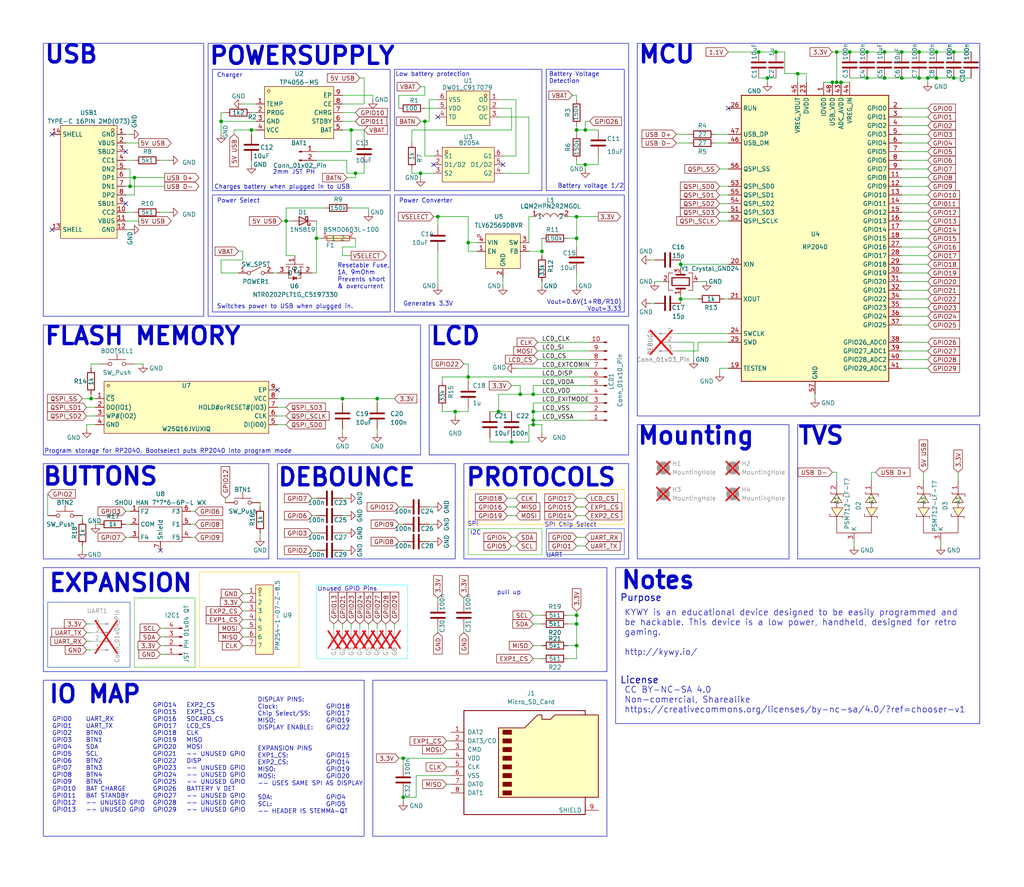
<source format=kicad_sch>
(kicad_sch (version 20231120) (generator "eeschema") (generator_version "8.0")
  (paper "User" 299.999 259.994)
  (title_block (title "KYWY MICRO") (date "2024-04-26") (rev "1.3") (company "Koinslot INC.") (comment 1 "Joseph Lannan"))
  (junction (at 110.49 116.84))
  (junction (at 156.21 120.65))
  (junction (at 137.16 110.49))
  (junction (at 149.86 129.54))
  (junction (at 279.4 15.24))
  (junction (at 83.82 64.77))
  (junction (at 156.21 124.46))
  (junction (at 124.46 35.56))
  (junction (at 152.4 115.57))
  (junction (at 118.11 222.25))
  (junction (at 269.24 15.24))
  (junction (at 168.91 38.1))
  (junction (at 269.24 22.86))
  (junction (at 168.91 189.23))
  (junction (at 243.84 24.13))
  (junction (at 171.45 38.1))
  (junction (at 137.16 71.12))
  (junction (at 248.92 15.24))
  (junction (at 156.21 115.57))
  (junction (at 92.71 69.85))
  (junction (at 199.39 77.47))
  (junction (at 104.14 50.8))
  (junction (at 233.68 21.59))
  (junction (at 168.91 69.85))
  (junction (at 274.32 15.24))
  (junction (at 64.77 35.56))
  (junction (at 259.08 15.24))
  (junction (at 254 15.24))
  (junction (at 146.05 120.65))
  (junction (at 171.45 48.26))
  (junction (at 222.25 15.24))
  (junction (at 245.11 15.24))
  (junction (at 274.32 22.86))
  (junction (at 128.27 63.5))
  (junction (at 264.16 15.24))
  (junction (at 168.91 63.5))
  (junction (at 123.19 50.8))
  (junction (at 259.08 22.86))
  (junction (at 38.1 54.61))
  (junction (at 168.91 182.88))
  (junction (at 224.79 22.86))
  (junction (at 254 22.86))
  (junction (at 118.11 233.68))
  (junction (at 158.75 73.66))
  (junction (at 168.91 180.34))
  (junction (at 271.78 22.86))
  (junction (at 102.87 38.1))
  (junction (at 199.39 87.63))
  (junction (at 264.16 22.86))
  (junction (at 246.38 24.13))
  (junction (at 39.37 52.07))
  (junction (at 245.11 24.13))
  (junction (at 133.35 120.65))
  (junction (at 156.21 123.19))
  (junction (at 26.67 116.84))
  (junction (at 100.33 116.84))
  (junction (at 227.33 15.24))
  (junction (at 279.4 22.86))
  (junction (at 73.66 38.1))
  (no_connect (at 128.27 34.29))
  (no_connect (at 15.24 39.37))
  (no_connect (at 15.24 67.31))
  (no_connect (at 46.99 161.29))
  (no_connect (at 213.36 31.75))
  (no_connect (at 36.83 44.45))
  (no_connect (at 147.32 48.26))
  (no_connect (at 81.28 114.3))
  (no_connect (at 127 48.26))
  (no_connect (at 36.83 59.69))
  (wire (pts (xy 55.88 157.48) (xy 57.15 157.48)))
  (wire (pts (xy 36.83 149.86) (xy 38.1 149.86)))
  (wire (pts (xy 271.78 22.86) (xy 271.78 24.13)))
  (wire (pts (xy 243.84 138.43) (xy 245.11 138.43)))
  (wire (pts (xy 104.14 69.85) (xy 104.14 72.39)))
  (wire (pts (xy 248.92 15.24) (xy 254 15.24)))
  (wire (pts (xy 116.84 158.75) (xy 118.11 158.75)))
  (wire (pts (xy 154.94 63.5) (xy 154.94 71.12)))
  (wire (pts (xy 250.19 158.75) (xy 250.19 160.02)))
  (wire (pts (xy 97.79 184.15) (xy 97.79 182.88)))
  (wire (pts (xy 80.01 80.01) (xy 81.28 80.01)))
  (wire (pts (xy 264.16 39.37) (xy 271.78 39.37)))
  (wire (pts (xy 24.13 160.02) (xy 24.13 161.29)))
  (wire (pts (xy 190.5 76.2) (xy 191.77 76.2)))
  (wire (pts (xy 168.91 151.13) (xy 171.45 151.13)))
  (wire (pts (xy 264.16 82.55) (xy 271.78 82.55)))
  (wire (pts (xy 264.16 62.23) (xy 271.78 62.23)))
  (wire (pts (xy 106.68 38.1) (xy 106.68 40.64)))
  (wire (pts (xy 204.47 100.33) (xy 204.47 102.87)))
  (wire (pts (xy 55.88 153.67) (xy 57.15 153.67)))
  (wire (pts (xy 146.05 115.57) (xy 152.4 115.57)))
  (wire (pts (xy 100.33 125.73) (xy 100.33 127)))
  (wire (pts (xy 92.71 46.99) (xy 101.6 46.99)))
  (wire (pts (xy 175.26 38.1) (xy 171.45 38.1)))
  (wire (pts (xy 248.92 22.86) (xy 254 22.86)))
  (wire (pts (xy 110.49 116.84) (xy 115.57 116.84)))
  (wire (pts (xy 121.92 227.33) (xy 121.92 233.68)))
  (wire (pts (xy 198.12 39.37) (xy 201.93 39.37)))
  (wire (pts (xy 73.66 38.1) (xy 73.66 39.37)))
  (wire (pts (xy 39.37 106.68) (xy 41.91 106.68)))
  (wire (pts (xy 264.16 54.61) (xy 271.78 54.61)))
  (wire (pts (xy 36.83 52.07) (xy 39.37 52.07)))
  (wire (pts (xy 264.16 52.07) (xy 271.78 52.07)))
  (wire (pts (xy 156.21 120.65) (xy 172.72 120.65)))
  (wire (pts (xy 115.57 182.88) (xy 115.57 184.15)))
  (wire (pts (xy 71.12 73.66) (xy 71.12 76.2)))
  (wire (pts (xy 64.77 33.02) (xy 64.77 35.56)))
  (wire (pts (xy 264.16 57.15) (xy 271.78 57.15)))
  (wire (pts (xy 264.16 95.25) (xy 271.78 95.25)))
  (wire (pts (xy 100.33 116.84) (xy 110.49 116.84)))
  (wire (pts (xy 71.12 181.61) (xy 72.39 181.61)))
  (wire (pts (xy 264.16 102.87) (xy 271.78 102.87)))
  (wire (pts (xy 190.5 88.9) (xy 191.77 88.9)))
  (wire (pts (xy 46.99 191.77) (xy 48.26 191.77)))
  (wire (pts (xy 168.91 80.01) (xy 168.91 83.82)))
  (wire (pts (xy 109.22 27.94) (xy 109.22 29.21)))
  (wire (pts (xy 156.21 189.23) (xy 158.75 189.23)))
  (wire (pts (xy 125.73 29.21) (xy 125.73 35.56)))
  (wire (pts (xy 264.16 85.09) (xy 271.78 85.09)))
  (wire (pts (xy 264.16 77.47) (xy 271.78 77.47)))
  (wire (pts (xy 149.86 157.48) (xy 151.13 157.48)))
  (wire (pts (xy 26.67 116.84) (xy 27.94 116.84)))
  (wire (pts (xy 154.94 124.46) (xy 156.21 124.46)))
  (wire (pts (xy 157.48 102.87) (xy 172.72 102.87)))
  (wire (pts (xy 123.19 50.8) (xy 123.19 52.07)))
  (wire (pts (xy 73.66 38.1) (xy 74.93 38.1)))
  (wire (pts (xy 147.32 45.72) (xy 151.13 45.72)))
  (wire (pts (xy 245.11 24.13) (xy 246.38 24.13)))
  (wire (pts (xy 38.1 67.31) (xy 36.83 67.31)))
  (wire (pts (xy 71.12 186.69) (xy 72.39 186.69)))
  (wire (pts (xy 81.28 121.92) (xy 83.82 121.92)))
  (wire (pts (xy 157.48 105.41) (xy 172.72 105.41)))
  (wire (pts (xy 198.12 100.33) (xy 203.2 100.33)))
  (wire (pts (xy 83.82 64.77) (xy 85.09 64.77)))
  (wire (pts (xy 209.55 39.37) (xy 213.36 39.37)))
  (wire (pts (xy 36.83 49.53) (xy 38.1 49.53)))
  (wire (pts (xy 100.33 182.88) (xy 100.33 184.15)))
  (wire (pts (xy 81.28 116.84) (xy 100.33 116.84)))
  (wire (pts (xy 158.75 73.66) (xy 158.75 74.93)))
  (wire (pts (xy 100.33 35.56) (xy 104.14 35.56)))
  (wire (pts (xy 129.54 120.65) (xy 133.35 120.65)))
  (wire (pts (xy 166.37 189.23) (xy 168.91 189.23)))
  (wire (pts (xy 168.91 148.59) (xy 171.45 148.59)))
  (wire (pts (xy 25.4 124.46) (xy 27.94 124.46)))
  (wire (pts (xy 100.33 33.02) (xy 104.14 33.02)))
  (wire (pts (xy 118.11 222.25) (xy 118.11 224.79)))
  (wire (pts (xy 171.45 35.56) (xy 172.72 35.56)))
  (wire (pts (xy 39.37 52.07) (xy 48.26 52.07)))
  (wire (pts (xy 168.91 38.1) (xy 168.91 39.37)))
  (wire (pts (xy 199.39 87.63) (xy 199.39 88.9)))
  (wire (pts (xy 198.12 102.87) (xy 204.47 102.87)))
  (wire (pts (xy 264.16 31.75) (xy 271.78 31.75)))
  (wire (pts (xy 100.33 27.94) (xy 109.22 27.94)))
  (wire (pts (xy 128.27 63.5) (xy 128.27 66.04)))
  (wire (pts (xy 130.81 217.17) (xy 132.08 217.17)))
  (wire (pts (xy 91.44 146.05) (xy 92.71 146.05)))
  (wire (pts (xy 168.91 27.94) (xy 168.91 29.21)))
  (wire (pts (xy 254 22.86) (xy 259.08 22.86)))
  (wire (pts (xy 146.05 115.57) (xy 146.05 120.65)))
  (wire (pts (xy 100.33 161.29) (xy 101.6 161.29)))
  (wire (pts (xy 168.91 160.02) (xy 171.45 160.02)))
  (wire (pts (xy 124.46 25.4) (xy 124.46 27.94)))
  (wire (pts (xy 83.82 60.96) (xy 83.82 64.77)))
  (wire (pts (xy 66.04 33.02) (xy 64.77 33.02)))
  (wire (pts (xy 156.21 118.11) (xy 172.72 118.11)))
  (wire (pts (xy 130.81 219.71) (xy 132.08 219.71)))
  (wire (pts (xy 137.16 120.65) (xy 137.16 119.38)))
  (wire (pts (xy 129.54 110.49) (xy 137.16 110.49)))
  (wire (pts (xy 264.16 69.85) (xy 271.78 69.85)))
  (wire (pts (xy 36.83 157.48) (xy 38.1 157.48)))
  (wire (pts (xy 156.21 120.65) (xy 156.21 123.19)))
  (wire (pts (xy 100.33 146.05) (xy 101.6 146.05)))
  (wire (pts (xy 156.21 182.88) (xy 158.75 182.88)))
  (wire (pts (xy 73.66 46.99) (xy 73.66 48.26)))
  (wire (pts (xy 175.26 48.26) (xy 171.45 48.26)))
  (wire (pts (xy 125.73 153.67) (xy 127 153.67)))
  (wire (pts (xy 83.82 60.96) (xy 95.25 60.96)))
  (wire (pts (xy 128.27 73.66) (xy 128.27 83.82)))
  (wire (pts (xy 124.46 35.56) (xy 124.46 45.72)))
  (wire (pts (xy 100.33 72.39) (xy 100.33 74.93)))
  (wire (pts (xy 128.27 175.26) (xy 128.27 176.53)))
  (wire (pts (xy 271.78 22.86) (xy 274.32 22.86)))
  (wire (pts (xy 106.68 48.26) (xy 106.68 50.8)))
  (wire (pts (xy 229.87 21.59) (xy 233.68 21.59)))
  (wire (pts (xy 118.11 233.68) (xy 118.11 234.95)))
  (wire (pts (xy 36.83 64.77) (xy 40.64 64.77)))
  (wire (pts (xy 210.82 64.77) (xy 213.36 64.77)))
  (wire (pts (xy 130.81 229.87) (xy 132.08 229.87)))
  (wire (pts (xy 120.65 49.53) (xy 120.65 50.8)))
  (wire (pts (xy 259.08 15.24) (xy 264.16 15.24)))
  (wire (pts (xy 26.67 185.42) (xy 25.4 185.42)))
  (wire (pts (xy 168.91 46.99) (xy 168.91 48.26)))
  (wire (pts (xy 46.99 62.23) (xy 49.53 62.23)))
  (wire (pts (xy 152.4 113.03) (xy 152.4 115.57)))
  (wire (pts (xy 236.22 21.59) (xy 236.22 24.13)))
  (wire (pts (xy 113.03 182.88) (xy 113.03 184.15)))
  (wire (pts (xy 46.99 189.23) (xy 48.26 189.23)))
  (wire (pts (xy 64.77 35.56) (xy 64.77 39.37)))
  (wire (pts (xy 36.83 54.61) (xy 38.1 54.61)))
  (wire (pts (xy 168.91 157.48) (xy 171.45 157.48)))
  (wire (pts (xy 64.77 35.56) (xy 74.93 35.56)))
  (wire (pts (xy 128.27 184.15) (xy 128.27 185.42)))
  (wire (pts (xy 156.21 180.34) (xy 158.75 180.34)))
  (wire (pts (xy 137.16 71.12) (xy 139.7 71.12)))
  (wire (pts (xy 73.66 33.02) (xy 74.93 33.02)))
  (wire (pts (xy 191.77 82.55) (xy 194.31 82.55)))
  (wire (pts (xy 36.83 62.23) (xy 39.37 62.23)))
  (wire (pts (xy 210.82 57.15) (xy 213.36 57.15)))
  (wire (pts (xy 168.91 69.85) (xy 166.37 69.85)))
  (wire (pts (xy 116.84 222.25) (xy 118.11 222.25)))
  (wire (pts (xy 125.73 158.75) (xy 127 158.75)))
  (wire (pts (xy 148.59 148.59) (xy 151.13 148.59)))
  (wire (pts (xy 213.36 15.24) (xy 222.25 15.24)))
  (wire (pts (xy 27.94 153.67) (xy 29.21 153.67)))
  (wire (pts (xy 125.73 148.59) (xy 127 148.59)))
  (wire (pts (xy 168.91 180.34) (xy 168.91 182.88)))
  (wire (pts (xy 156.21 113.03) (xy 156.21 115.57)))
  (wire (pts (xy 64.77 76.2) (xy 64.77 80.01)))
  (wire (pts (xy 128.27 63.5) (xy 137.16 63.5)))
  (wire (pts (xy 156.21 124.46) (xy 158.75 124.46)))
  (wire (pts (xy 146.05 29.21) (xy 151.13 29.21)))
  (wire (pts (xy 168.91 63.5) (xy 175.26 63.5)))
  (wire (pts (xy 133.35 120.65) (xy 137.16 120.65)))
  (wire (pts (xy 275.59 158.75) (xy 275.59 160.02)))
  (wire (pts (xy 264.16 64.77) (xy 271.78 64.77)))
  (wire (pts (xy 264.16 41.91) (xy 271.78 41.91)))
  (wire (pts (xy 233.68 21.59) (xy 233.68 24.13)))
  (wire (pts (xy 210.82 107.95) (xy 213.36 107.95)))
  (wire (pts (xy 110.49 125.73) (xy 110.49 127)))
  (wire (pts (xy 168.91 179.07) (xy 168.91 180.34)))
  (wire (pts (xy 71.12 173.99) (xy 72.39 173.99)))
  (wire (pts (xy 137.16 73.66) (xy 139.7 73.66)))
  (wire (pts (xy 38.1 54.61) (xy 48.26 54.61)))
  (wire (pts (xy 104.14 50.8) (xy 106.68 50.8)))
  (wire (pts (xy 110.49 116.84) (xy 110.49 118.11)))
  (wire (pts (xy 154.94 63.5) (xy 156.21 63.5)))
  (wire (pts (xy 264.16 90.17) (xy 271.78 90.17)))
  (wire (pts (xy 137.16 110.49) (xy 172.72 110.49)))
  (wire (pts (xy 137.16 110.49) (xy 137.16 111.76)))
  (wire (pts (xy 143.51 129.54) (xy 149.86 129.54)))
  (wire (pts (xy 264.16 74.93) (xy 271.78 74.93)))
  (wire (pts (xy 154.94 73.66) (xy 158.75 73.66)))
  (wire (pts (xy 168.91 69.85) (xy 168.91 72.39)))
  (wire (pts (xy 71.12 189.23) (xy 72.39 189.23)))
  (wire (pts (xy 102.87 38.1) (xy 102.87 44.45)))
  (wire (pts (xy 151.13 107.95) (xy 172.72 107.95)))
  (wire (pts (xy 116.84 148.59) (xy 118.11 148.59)))
  (wire (pts (xy 100.33 116.84) (xy 100.33 118.11)))
  (wire (pts (xy 116.84 153.67) (xy 118.11 153.67)))
  (wire (pts (xy 210.82 62.23) (xy 213.36 62.23)))
  (wire (pts (xy 100.33 72.39) (xy 104.14 72.39)))
  (wire (pts (xy 100.33 38.1) (xy 102.87 38.1)))
  (wire (pts (xy 149.86 113.03) (xy 152.4 113.03)))
  (wire (pts (xy 26.67 187.96) (xy 25.4 187.96)))
  (wire (pts (xy 264.16 72.39) (xy 271.78 72.39)))
  (wire (pts (xy 25.4 121.92) (xy 27.94 121.92)))
  (wire (pts (xy 264.16 92.71) (xy 271.78 92.71)))
  (wire (pts (xy 71.12 184.15) (xy 72.39 184.15)))
  (wire (pts (xy 116.84 27.94) (xy 124.46 27.94)))
  (wire (pts (xy 154.94 34.29) (xy 154.94 50.8)))
  (wire (pts (xy 168.91 146.05) (xy 171.45 146.05)))
  (wire (pts (xy 137.16 106.68) (xy 137.16 110.49)))
  (wire (pts (xy 36.83 41.91) (xy 40.64 41.91)))
  (wire (pts (xy 124.46 45.72) (xy 127 45.72)))
  (wire (pts (xy 227.33 15.24) (xy 229.87 15.24)))
  (wire (pts (xy 156.21 193.04) (xy 158.75 193.04)))
  (wire (pts (xy 269.24 15.24) (xy 274.32 15.24)))
  (wire (pts (xy 175.26 45.72) (xy 175.26 48.26)))
  (wire (pts (xy 25.4 190.5) (xy 26.67 190.5)))
  (wire (pts (xy 245.11 138.43) (xy 245.11 140.97)))
  (wire (pts (xy 92.71 44.45) (xy 102.87 44.45)))
  (wire (pts (xy 156.21 113.03) (xy 172.72 113.03)))
  (wire (pts (xy 210.82 49.53) (xy 213.36 49.53)))
  (wire (pts (xy 166.37 180.34) (xy 168.91 180.34)))
  (wire (pts (xy 264.16 22.86) (xy 269.24 22.86)))
  (wire (pts (xy 146.05 31.75) (xy 149.86 31.75)))
  (wire (pts (xy 156.21 115.57) (xy 172.72 115.57)))
  (wire (pts (xy 66.04 146.05) (xy 66.04 147.32)))
  (wire (pts (xy 158.75 124.46) (xy 158.75 127)))
  (wire (pts (xy 91.44 161.29) (xy 92.71 161.29)))
  (wire (pts (xy 264.16 107.95) (xy 271.78 107.95)))
  (wire (pts (xy 107.95 182.88) (xy 107.95 184.15)))
  (wire (pts (xy 264.16 46.99) (xy 271.78 46.99)))
  (wire (pts (xy 171.45 49.53) (xy 171.45 48.26)))
  (wire (pts (xy 264.16 80.01) (xy 271.78 80.01)))
  (wire (pts (xy 116.84 31.75) (xy 116.84 27.94)))
  (wire (pts (xy 149.86 31.75) (xy 149.86 38.1)))
  (wire (pts (xy 91.44 80.01) (xy 92.71 80.01)))
  (wire (pts (xy 166.37 182.88) (xy 168.91 182.88)))
  (wire (pts (xy 264.16 36.83) (xy 271.78 36.83)))
  (wire (pts (xy 102.87 60.96) (xy 107.95 60.96)))
  (wire (pts (xy 264.16 44.45) (xy 271.78 44.45)))
  (wire (pts (xy 36.83 153.67) (xy 38.1 153.67)))
  (wire (pts (xy 199.39 77.47) (xy 213.36 77.47)))
  (wire (pts (xy 269.24 22.86) (xy 271.78 22.86)))
  (wire (pts (xy 264.16 34.29) (xy 271.78 34.29)))
  (wire (pts (xy 168.91 182.88) (xy 168.91 189.23)))
  (wire (pts (xy 210.82 54.61) (xy 213.36 54.61)))
  (wire (pts (xy 48.26 186.69) (xy 46.99 186.69)))
  (wire (pts (xy 166.37 63.5) (xy 168.91 63.5)))
  (wire (pts (xy 69.85 73.66) (xy 71.12 73.66)))
  (wire (pts (xy 279.4 15.24) (xy 284.48 15.24)))
  (wire (pts (xy 245.11 15.24) (xy 248.92 15.24)))
  (wire (pts (xy 243.84 24.13) (xy 245.11 24.13)))
  (wire (pts (xy 25.4 119.38) (xy 27.94 119.38)))
  (wire (pts (xy 264.16 87.63) (xy 271.78 87.63)))
  (wire (pts (xy 124.46 35.56) (xy 125.73 35.56)))
  (wire (pts (xy 158.75 69.85) (xy 158.75 73.66)))
  (wire (pts (xy 93.98 69.85) (xy 92.71 69.85)))
  (wire (pts (xy 120.65 50.8) (xy 123.19 50.8)))
  (wire (pts (xy 120.65 38.1) (xy 149.86 38.1)))
  (wire (pts (xy 203.2 100.33) (xy 203.2 105.41)))
  (wire (pts (xy 137.16 63.5) (xy 137.16 71.12)))
  (wire (pts (xy 149.86 129.54) (xy 154.94 129.54)))
  (wire (pts (xy 105.41 22.86) (xy 106.68 22.86)))
  (wire (pts (xy 118.11 222.25) (xy 132.08 222.25)))
  (wire (pts (xy 68.58 38.1) (xy 68.58 39.37)))
  (wire (pts (xy 71.12 179.07) (xy 72.39 179.07)))
  (wire (pts (xy 26.67 115.57) (xy 26.67 116.84)))
  (wire (pts (xy 55.88 149.86) (xy 57.15 149.86)))
  (wire (pts (xy 123.19 25.4) (xy 124.46 25.4)))
  (wire (pts (xy 166.37 193.04) (xy 168.91 193.04)))
  (wire (pts (xy 264.16 105.41) (xy 271.78 105.41)))
  (wire (pts (xy 137.16 71.12) (xy 137.16 73.66)))
  (wire (pts (xy 156.21 123.19) (xy 172.72 123.19)))
  (wire (pts (xy 156.21 118.11) (xy 156.21 120.65)))
  (wire (pts (xy 156.21 123.19) (xy 156.21 124.46)))
  (wire (pts (xy 264.16 49.53) (xy 271.78 49.53)))
  (wire (pts (xy 210.82 107.95) (xy 210.82 109.22)))
  (wire (pts (xy 149.86 128.27) (xy 149.86 129.54)))
  (wire (pts (xy 39.37 52.07) (xy 39.37 57.15)))
  (wire (pts (xy 24.13 116.84) (xy 26.67 116.84)))
  (wire (pts (xy 25.4 182.88) (xy 26.67 182.88)))
  (wire (pts (xy 125.73 29.21) (xy 128.27 29.21)))
  (wire (pts (xy 279.4 22.86) (xy 284.48 22.86)))
  (wire (pts (xy 100.33 151.13) (xy 101.6 151.13)))
  (wire (pts (xy 158.75 82.55) (xy 158.75 83.82)))
  (wire (pts (xy 101.6 46.99) (xy 101.6 50.8)))
  (wire (pts (xy 46.99 46.99) (xy 49.53 46.99)))
  (wire (pts (xy 199.39 87.63) (xy 204.47 87.63)))
  (wire (pts (xy 129.54 111.76) (xy 129.54 110.49)))
  (wire (pts (xy 102.87 38.1) (xy 106.68 38.1)))
  (wire (pts (xy 81.28 119.38) (xy 83.82 119.38)))
  (wire (pts (xy 199.39 77.47) (xy 199.39 78.74)))
  (wire (pts (xy 146.05 120.65) (xy 149.86 120.65)))
  (wire (pts (xy 210.82 59.69) (xy 213.36 59.69)))
  (wire (pts (xy 270.51 138.43) (xy 270.51 140.97)))
  (wire (pts (xy 102.87 182.88) (xy 102.87 184.15)))
  (wire (pts (xy 92.71 69.85) (xy 92.71 80.01)))
  (wire (pts (xy 168.91 38.1) (xy 171.45 38.1)))
  (wire (pts (xy 151.13 29.21) (xy 151.13 45.72)))
  (wire (pts (xy 198.12 97.79) (xy 213.36 97.79)))
  (wire (pts (xy 168.91 36.83) (xy 168.91 38.1)))
  (wire (pts (xy 100.33 74.93) (xy 102.87 74.93)))
  (wire (pts (xy 83.82 74.93) (xy 86.36 74.93)))
  (wire (pts (xy 143.51 120.65) (xy 146.05 120.65)))
  (wire (pts (xy 100.33 30.48) (xy 106.68 30.48)))
  (wire (pts (xy 91.44 156.21) (xy 92.71 156.21)))
  (wire (pts (xy 91.44 151.13) (xy 92.71 151.13)))
  (wire (pts (xy 246.38 24.13) (xy 248.92 24.13)))
  (wire (pts (xy 212.09 87.63) (xy 213.36 87.63)))
  (wire (pts (xy 224.79 22.86) (xy 227.33 22.86)))
  (wire (pts (xy 64.77 80.01) (xy 69.85 80.01)))
  (wire (pts (xy 157.48 100.33) (xy 172.72 100.33)))
  (wire (pts (xy 81.28 124.46) (xy 83.82 124.46)))
  (wire (pts (xy 264.16 67.31) (xy 271.78 67.31)))
  (wire (pts (xy 204.47 82.55) (xy 207.01 82.55)))
  (wire (pts (xy 255.27 138.43) (xy 256.54 138.43)))
  (wire (pts (xy 25.4 124.46) (xy 25.4 125.73)))
  (wire (pts (xy 143.51 128.27) (xy 143.51 129.54)))
  (wire (pts (xy 118.11 233.68) (xy 121.92 233.68)))
  (wire (pts (xy 199.39 86.36) (xy 199.39 87.63)))
  (wire (pts (xy 154.94 124.46) (xy 154.94 129.54)))
  (wire (pts (xy 224.79 22.86) (xy 224.79 24.13)))
  (wire (pts (xy 280.67 138.43) (xy 280.67 140.97)))
  (wire (pts (xy 120.65 38.1) (xy 120.65 41.91)))
  (wire (pts (xy 36.83 46.99) (xy 39.37 46.99)))
  (wire (pts (xy 38.1 49.53) (xy 38.1 54.61)))
  (wire (pts (xy 100.33 156.21) (xy 101.6 156.21)))
  (wire (pts (xy 133.35 120.65) (xy 133.35 121.92)))
  (wire (pts (xy 83.82 64.77) (xy 83.82 74.93)))
  (wire (pts (xy 259.08 22.86) (xy 264.16 22.86)))
  (wire (pts (xy 264.16 15.24) (xy 269.24 15.24)))
  (wire (pts (xy 118.11 232.41) (xy 118.11 233.68)))
  (wire (pts (xy 135.89 184.15) (xy 135.89 185.42)))
  (wire (pts (xy 148.59 146.05) (xy 151.13 146.05)))
  (wire (pts (xy 255.27 138.43) (xy 255.27 140.97)))
  (wire (pts (xy 71.12 176.53) (xy 72.39 176.53)))
  (wire (pts (xy 106.68 22.86) (xy 106.68 30.48)))
  (wire (pts (xy 135.89 106.68) (xy 137.16 106.68)))
  (wire (pts (xy 26.67 106.68) (xy 26.67 107.95)))
  (wire (pts (xy 147.32 50.8) (xy 154.94 50.8)))
  (wire (pts (xy 233.68 21.59) (xy 236.22 21.59)))
  (wire (pts (xy 105.41 182.88) (xy 105.41 184.15)))
  (wire (pts (xy 135.89 175.26) (xy 135.89 176.53)))
  (wire (pts (xy 222.25 15.24) (xy 227.33 15.24)))
  (wire (pts (xy 199.39 76.2) (xy 199.39 77.47)))
  (wire (pts (xy 264.16 59.69) (xy 271.78 59.69)))
  (wire (pts (xy 274.32 15.24) (xy 279.4 15.24)))
  (wire (pts (xy 110.49 182.88) (xy 110.49 184.15)))
  (wire (pts (xy 147.32 81.28) (xy 147.32 83.82)))
  (wire (pts (xy 26.67 106.68) (xy 29.21 106.68)))
  (wire (pts (xy 82.55 64.77) (xy 83.82 64.77)))
  (wire (pts (xy 101.6 52.07) (xy 104.14 52.07)))
  (wire (pts (xy 24.13 151.13) (xy 24.13 152.4)))
  (wire (pts (xy 129.54 119.38) (xy 129.54 120.65)))
  (wire (pts (xy 13.97 144.78) (xy 13.97 151.13)))
  (wire (pts (xy 245.11 15.24) (xy 245.11 24.13)))
  (wire (pts (xy 121.92 227.33) (xy 132.08 227.33)))
  (wire (pts (xy 224.79 22.86) (xy 222.25 22.86)))
  (wire (pts (xy 146.05 34.29) (xy 154.94 34.29)))
  (wire (pts (xy 152.4 115.57) (xy 156.21 115.57)))
  (wire (pts (xy 38.1 39.37) (xy 36.83 39.37)))
  (wire (pts (xy 71.12 30.48) (xy 74.93 30.48)))
  (wire (pts (xy 148.59 151.13) (xy 151.13 151.13)))
  (wire (pts (xy 123.19 50.8) (xy 127 50.8)))
  (wire (pts (xy 104.14 50.8) (xy 104.14 52.07)))
  (wire (pts (xy 274.32 22.86) (xy 279.4 22.86)))
  (wire (pts (xy 68.58 38.1) (xy 73.66 38.1)))
  (wire (pts (xy 130.81 224.79) (xy 132.08 224.79)))
  (wire (pts (xy 107.95 60.96) (xy 107.95 62.23)))
  (wire (pts (xy 76.2 147.32) (xy 76.2 148.59)))
  (wire (pts (xy 171.45 35.56) (xy 171.45 38.1)))
  (wire (pts (xy 48.26 184.15) (xy 46.99 184.15)))
  (wire (pts (xy 198.12 41.91) (xy 201.93 41.91)))
  (wire (pts (xy 238.76 115.57) (xy 238.76 116.84)))
  (wire (pts (xy 167.64 27.94) (xy 168.91 27.94)))
  (wire (pts (xy 209.55 41.91) (xy 213.36 41.91)))
  (wire (pts (xy 76.2 156.21) (xy 76.2 157.48)))
  (wire (pts (xy 101.6 50.8) (xy 104.14 50.8)))
  (wire (pts (xy 241.3 24.13) (xy 243.84 24.13)))
  (wire (pts (xy 204.47 100.33) (xy 213.36 100.33)))
  (wire (pts (xy 264.16 100.33) (xy 271.78 100.33)))
  (wire (pts (xy 171.45 48.26) (xy 168.91 48.26)))
  (wire (pts (xy 168.91 63.5) (xy 168.91 69.85)))
  (wire (pts (xy 92.71 64.77) (xy 92.71 69.85)))
  (wire (pts (xy 36.83 57.15) (xy 39.37 57.15)))
  (wire (pts (xy 243.84 15.24) (xy 245.11 15.24)))
  (wire (pts (xy 123.19 35.56) (xy 124.46 35.56)))
  (wire (pts (xy 127 63.5) (xy 128.27 63.5)))
  (wire (pts (xy 168.91 189.23) (xy 168.91 193.04)))
  (wire (pts (xy 149.86 160.02) (xy 151.13 160.02)))
  (wire (pts (xy 64.77 76.2) (xy 71.12 76.2)))
  (wire (pts (xy 229.87 15.24) (xy 229.87 21.59)))
  (wire (pts (xy 124.46 31.75) (xy 128.27 31.75)))
  (wire (pts (xy 254 15.24) (xy 259.08 15.24)))
  (rectangle (start 92.71 171.45) (end 119.38 193.04) (stroke (width 0) (color 76 247 255 1)))
  (rectangle (start 39.37 175.26) (end 57.15 195.58) (stroke (width 0) (color 66 187 58 1)))
  (rectangle (start 12.7 12.7) (end 59.69 92.71))
  (rectangle (start 186.69 12.7) (end 287.02 121.92))
  (rectangle (start 12.7 199.39) (end 106.68 245.11))
  (rectangle (start 13.97 176.53) (end 38.1 195.58) (stroke (width 0) (color 38 77 187 1)))
  (rectangle (start 12.7 166.37) (end 177.8 196.85))
  (rectangle (start 125.73 95.25) (end 184.15 133.35))
  (rectangle (start 12.7 135.89) (end 78.74 163.83))
  (rectangle (start 81.28 135.89) (end 133.35 163.83))
  (rectangle (start 58.42 167.64) (end 87.63 195.58) (stroke (width 0) (color 255 204 49 1)))
  (rectangle (start 60.96 12.7) (end 184.15 92.71))
  (rectangle (start 160.02 154.94) (end 182.88 162.56) (stroke (width 0) (color 38 77 187 1)))
  (rectangle (start 233.68 124.46) (end 287.02 163.83))
  (rectangle (start 115.57 57.15) (end 182.88 91.44))
  (rectangle (start 137.16 154.94) (end 158.75 162.56) (stroke (width 0) (color 66 187 58 1)))
  (rectangle (start 115.57 20.32) (end 158.75 55.88))
  (rectangle (start 109.22 199.39) (end 177.8 245.11))
  (rectangle (start 160.02 20.32) (end 182.88 55.88))
  (rectangle (start 135.89 135.89) (end 184.15 163.83))
  (rectangle (start 12.7 95.25) (end 123.19 133.35))
  (rectangle (start 137.16 143.51) (end 182.88 153.67) (stroke (width 0) (color 255 204 49 1)))
  (rectangle (start 62.23 57.15) (end 114.3 91.44))
  (rectangle (start 186.69 124.46) (end 231.14 163.83))
  (rectangle (start 180.34 166.37) (end 287.02 212.09))
  (rectangle (start 62.23 20.32) (end 114.3 55.88))
  (text "Power Select\n" (at 63.5 59.69 0) (effects (font (size 1.27 1.27)) (justify left bottom)))
  (text "Notes\n\n\n" (at 181.61 189.23 0) (effects (font (size 5 5) (thickness 1) (bold yes)) (justify left bottom)))
  (text "SPI Chip Select\n\n " (at 159.512 158.75 0) (effects (font (size 1.27 1.27)) (justify left bottom)))
  (text "Low battery protection\n\n" (at 115.824 24.638 0) (effects (font (size 1.27 1.27)) (justify left bottom)))
  (text "Battery voltage 1/2\n\n\n" (at 163.322 59.436 0) (effects (font (size 1.27 1.27)) (justify left bottom)))
  (text "EXPANSION\n" (at 13.97 173.99 0) (effects (font (size 5 5) (thickness 1) (bold yes)) (justify left bottom)))
  (text "Charger\n" (at 63.5 22.86 0) (effects (font (size 1.27 1.27)) (justify left bottom)))
  (text "DISPLAY PINS:\nClock:			GPIO18\nChip Select/SS:	GPIO17\nMISO:			GPIO19\nDISPLAY ENABLE:	GPIO22\n\n\nEXPANSION PINS\nEXP1_CS:		GPIO15\nEXP2_CS:		GPIO14\nMISO:			GPIO19\nMOSI:			GPIO20\n-- USES SAME SPI AS DISPLAY\n\nSDA:			GPIO4\nSCL:			GPIO5\n-- HEADER IS STEMMA-QT\n" (at 75.438 204.47 0) (effects (font (size 1.27 1.27)) (justify left top)))
  (text "Vout=0.6V(1+R8/R10)\nVout=3.33\n\n" (at 182.118 93.472 0) (effects (font (size 1.27 1.27)) (justify right bottom)))
  (text "pull up\n" (at 145.542 174.498 0) (effects (font (size 1.27 1.27)) (justify left bottom)))
  (text "CC BY-NC-SA 4.0\nNon-comercial, Sharealike\nhttps://creativecommons.org/licenses/by-nc-sa/4.0/?ref=chooser-v1\n\n" (at 182.88 212.09 0) (effects (font (size 1.8 1.8)) (justify left bottom)))
  (text "PROTOCOLS\n" (at 136.144 143.002 0) (effects (font (size 5 5) (thickness 1) (bold yes)) (justify left bottom)))
  (text "2mm JST PH\n\n" (at 86.106 51.562 0) (effects (font (size 1.27 1.27))))
  (text "License\n" (at 181.61 200.66 0) (effects (font (size 2 2) (thickness 0.254) (bold yes)) (justify left bottom)))
  (text "Battery Voltage \nDetection\n" (at 160.782 24.638 0) (effects (font (size 1.27 1.27)) (justify left bottom)))
  (text "Generates 3.3V\n\n\n" (at 118.11 93.98 0) (effects (font (size 1.27 1.27)) (justify left bottom)))
  (text "I2C\n" (at 137.668 156.972 0) (effects (font (size 1.27 1.27)) (justify left bottom)))
  (text "Switches power to USB when plugged in.\n\n" (at 63.5 92.71 0) (effects (font (size 1.27 1.27)) (justify left bottom)))
  (text "SPI\n" (at 136.906 154.432 0) (effects (font (size 1.27 1.27)) (justify left bottom)))
  (text "FLASH MEMORY\n" (at 12.7 101.6 0) (effects (font (size 5 5) (thickness 1) (bold yes)) (justify left bottom)))
  (text "UART\n\n" (at 164.846 165.608 0) (effects (font (size 1.27 1.27)) (justify right bottom)))
  (text "TVS" (at 233.426 130.81 0) (effects (font (size 5 5) (thickness 1) (bold yes)) (justify left bottom)))
  (text "Program storage for RP2040, Bootselect puts RP2040 into program mode\n\n\n\n" (at 12.954 139.192 0) (effects (font (size 1.27 1.27)) (justify left bottom)))
  (text "Unused GPIO Pins\n\n" (at 92.964 175.514 0) (effects (font (size 1.27 1.27)) (justify left bottom)))
  (text "IO MAP\n\n" (at 13.97 214.63 0) (effects (font (size 5 5) (thickness 1) (bold yes)) (justify left bottom)))
  (text "MCU\n" (at 186.69 19.05 0) (effects (font (size 5 5) (thickness 1) (bold yes)) (justify left bottom)))
  (text "GPIO0	UART_RX\nGPIO1	UART_TX\nGPIO2	BTN0\nGPIO3	BTN1\nGPIO4	SDA\nGPIO5	SCL\nGPIO6	BTN2\nGPIO7	BTN3\nGPIO8	BTN4\nGPIO9	BTN5\nGPIO10	BAT CHARGE\nGPIO11	BAT STANDBY\nGPIO12	-- UNUSED GPIO\nGPIO13	-- UNUSED GPIO\n\n" (at 15.24 240.284 0) (effects (font (size 1.27 1.27)) (justify left bottom)))
  (text "Mounting\n" (at 186.436 130.81 0) (effects (font (size 5 5) (thickness 1) (bold yes)) (justify left bottom)))
  (text "KYWY is an educational device designed to be easily programmed and \nbe hackable. This device is a low power, handheld, designed for retro\ngaming.\n\nhttp://kywy.io/\n\n\n" (at 182.88 198.12 0) (effects (font (size 1.8 1.8)) (justify left bottom)))
  (text "Resetable Fuse, \n1A, 9mOhm\nPrevents short \n& overcurrent\n\n" (at 98.806 86.868 0) (effects (font (size 1.27 1.27)) (justify left bottom)))
  (text "GPIO14	EXP2_CS\nGPIO15	EXP1_CS\nGPIO16	SDCARD_CS\nGPIO17	LCD_CS\nGPIO18	CLK\nGPIO19	MISO\nGPIO20	MOSI\nGPIO21	-- UNUSED GPIO\nGPIO22	DISP\nGPIO23	-- UNUSED GPIO\nGPIO24	-- UNUSED GPIO\nGPIO25	-- UNUSED GPIO\nGPIO26	BATTERY V DET\nGPIO27	-- UNUSED GPIO\nGPIO28	-- UNUSED GPIO\nGPIO29	-- UNUSED GPIO" (at 44.704 238.252 0) (effects (font (size 1.27 1.27)) (justify left bottom)))
  (text "Purpose" (at 181.61 176.53 0) (effects (font (size 2 2) (thickness 0.254) (bold yes)) (justify left bottom)))
  (text "POWERSUPPLY\n\n\n" (at 60.96 35.56 0) (effects (font (size 5 5) (thickness 1) (bold yes)) (justify left bottom)))
  (text "DEBOUNCE\n" (at 81.026 143.002 0) (effects (font (size 5 5) (thickness 1) (bold yes)) (justify left bottom)))
  (text "Power Converter\n" (at 116.84 59.69 0) (effects (font (size 1.27 1.27)) (justify left bottom)))
  (text "BUTTONS\n" (at 12.192 142.748 0) (effects (font (size 5 5) (thickness 1) (bold yes)) (justify left bottom)))
  (text "LCD\n" (at 125.73 101.6 0) (effects (font (size 5 5) (thickness 1) (bold yes)) (justify left bottom)))
  (text "Charges battery when plugged in to USB\n" (at 62.738 55.626 0) (effects (font (size 1.27 1.27)) (justify left bottom)))
  (text "USB" (at 12.7 19.05 0) (effects (font (size 5 5) (thickness 1) (bold yes)) (justify left bottom)))
  (label "LCD_EXITMODE" (at 158.75 118.11 0))
  (label "LCD_DISP" (at 158.75 110.49 0))
  (label "LCD_VDD" (at 158.75 115.57 0))
  (label "LCD_EXTCOMIN" (at 158.75 107.95 0))
  (label "LCD_VDDA" (at 158.75 113.03 0))
  (label "LCD_CS" (at 158.75 105.41 0))
  (label "LCD_SI" (at 158.75 102.87 0))
  (label "LCD_VSSA" (at 158.75 123.19 0))
  (label "LCD_CLK" (at 158.75 100.33 0))
  (label "LCD_VSS" (at 158.75 120.65 0))
  (global_label "EXP2_CS" (shape input) (at 71.12 179.07 180) (property "Intersheetrefs" "${INTERSHEET_REFS}" (effects (hide yes))))
  (global_label "GPIO1" (shape input) (at 271.78 34.29 0) (property "Intersheetrefs" "${INTERSHEET_REFS}" (effects (hide yes))))
  (global_label "MOSI" (shape input) (at 130.81 219.71 180) (property "Intersheetrefs" "${INTERSHEET_REFS}" (effects (hide yes))))
  (global_label "GPIO7" (shape input) (at 271.78 49.53 0) (property "Intersheetrefs" "${INTERSHEET_REFS}" (effects (hide yes))))
  (global_label "QSPI_SD0" (shape input) (at 83.82 124.46 0) (property "Intersheetrefs" "${INTERSHEET_REFS}" (effects (hide yes))))
  (global_label "SCL" (shape input) (at 46.99 184.15 180) (property "Intersheetrefs" "${INTERSHEET_REFS}" (effects (hide yes))))
  (global_label "GPI011" (shape input) (at 271.78 59.69 0) (property "Intersheetrefs" "${INTERSHEET_REFS}" (effects (hide yes))))
  (global_label "GPI011" (shape input) (at 104.14 35.56 0) (property "Intersheetrefs" "${INTERSHEET_REFS}" (effects (hide yes))))
  (global_label "GND" (shape input) (at 25.4 190.5 180) (property "Intersheetrefs" "${INTERSHEET_REFS}" (effects (hide yes))))
  (global_label "GPIO4" (shape input) (at 271.78 41.91 0) (property "Intersheetrefs" "${INTERSHEET_REFS}" (effects (hide yes))))
  (global_label "GPIO8" (shape input) (at 271.78 52.07 0) (property "Intersheetrefs" "${INTERSHEET_REFS}" (effects (hide yes))))
  (global_label "SCL" (shape input) (at 156.21 180.34 180) (property "Intersheetrefs" "${INTERSHEET_REFS}" (effects (hide yes))))
  (global_label "EXP1_CS" (shape input) (at 171.45 148.59 0) (property "Intersheetrefs" "${INTERSHEET_REFS}" (effects (hide yes))))
  (global_label "GND" (shape input) (at 71.12 173.99 180) (property "Intersheetrefs" "${INTERSHEET_REFS}" (effects (hide yes))))
  (global_label "VBAT" (shape input) (at 123.19 25.4 180) (property "Intersheetrefs" "${INTERSHEET_REFS}" (effects (hide yes))))
  (global_label "GPIO26" (shape input) (at 172.72 35.56 0) (property "Intersheetrefs" "${INTERSHEET_REFS}" (effects (hide yes))))
  (global_label "EXP1_CS" (shape input) (at 71.12 181.61 180) (property "Intersheetrefs" "${INTERSHEET_REFS}" (effects (hide yes))))
  (global_label "MOSI" (shape input) (at 71.12 184.15 180) (property "Intersheetrefs" "${INTERSHEET_REFS}" (effects (hide yes))))
  (global_label "GPIO4" (shape input) (at 149.86 157.48 180) (property "Intersheetrefs" "${INTERSHEET_REFS}" (effects (hide yes))))
  (global_label "GPIO21" (shape input) (at 100.33 182.88 90) (property "Intersheetrefs" "${INTERSHEET_REFS}" (effects (hide yes))))
  (global_label "5V USB" (shape input) (at 82.55 64.77 180) (property "Intersheetrefs" "${INTERSHEET_REFS}" (effects (hide yes))))
  (global_label "QSPI_SD1" (shape input) (at 210.82 57.15 180) (property "Intersheetrefs" "${INTERSHEET_REFS}" (effects (hide yes))))
  (global_label "5V USB" (shape input) (at 105.41 22.86 180) (property "Intersheetrefs" "${INTERSHEET_REFS}" (effects (hide yes))))
  (global_label "5V USB" (shape input) (at 270.51 138.43 90) (property "Intersheetrefs" "${INTERSHEET_REFS}" (effects (hide yes))))
  (global_label "GND" (shape input) (at 135.89 185.42 270) (property "Intersheetrefs" "${INTERSHEET_REFS}" (effects (hide yes))))
  (global_label "QSPI_SS" (shape input) (at 210.82 49.53 180) (property "Intersheetrefs" "${INTERSHEET_REFS}" (effects (hide yes))))
  (global_label "GPIO16" (shape input) (at 271.78 72.39 0) (property "Intersheetrefs" "${INTERSHEET_REFS}" (effects (hide yes))))
  (global_label "VSELECT" (shape input) (at 127 63.5 180) (property "Intersheetrefs" "${INTERSHEET_REFS}" (effects (hide yes))))
  (global_label "GPIO10" (shape input) (at 271.78 57.15 0) (property "Intersheetrefs" "${INTERSHEET_REFS}" (effects (hide yes))))
  (global_label "UART_RX" (shape input) (at 25.4 187.96 180) (property "Intersheetrefs" "${INTERSHEET_REFS}" (effects (hide yes))))
  (global_label "5V USB" (shape output) (at 40.64 41.91 0) (property "Intersheetrefs" "${INTERSHEET_REFS}" (effects (hide yes))))
  (global_label "GPIO16" (shape input) (at 148.59 148.59 180) (property "Intersheetrefs" "${INTERSHEET_REFS}" (effects (hide yes))))
  (global_label "MOSI" (shape input) (at 157.48 102.87 180) (property "Intersheetrefs" "${INTERSHEET_REFS}" (effects (hide yes))))
  (global_label "GPIO12" (shape input) (at 116.84 148.59 180) (property "Intersheetrefs" "${INTERSHEET_REFS}" (effects (hide yes))))
  (global_label "CLK" (shape input) (at 71.12 189.23 180) (property "Intersheetrefs" "${INTERSHEET_REFS}" (effects (hide yes))))
  (global_label "CLK" (shape input) (at 157.48 100.33 180) (property "Intersheetrefs" "${INTERSHEET_REFS}" (effects (hide yes))))
  (global_label "GPIO28" (shape input) (at 271.78 105.41 0) (property "Intersheetrefs" "${INTERSHEET_REFS}" (effects (hide yes))))
  (global_label "GPIO29" (shape input) (at 115.57 182.88 90) (property "Intersheetrefs" "${INTERSHEET_REFS}" (effects (hide yes))))
  (global_label "1.1V" (shape input) (at 213.36 15.24 180) (property "Intersheetrefs" "${INTERSHEET_REFS}" (effects (hide yes))))
  (global_label "3.3V" (shape input) (at 149.86 113.03 180) (property "Intersheetrefs" "${INTERSHEET_REFS}" (effects (hide yes))))
  (global_label "CLK" (shape input) (at 130.81 224.79 180) (property "Intersheetrefs" "${INTERSHEET_REFS}" (effects (hide yes))))
  (global_label "QSPI_SD2" (shape input) (at 25.4 121.92 180) (property "Intersheetrefs" "${INTERSHEET_REFS}" (effects (hide yes))))
  (global_label "USB D-" (shape output) (at 48.26 54.61 0) (property "Intersheetrefs" "${INTERSHEET_REFS}" (effects (hide yes))))
  (global_label "GPIO24" (shape input) (at 271.78 92.71 0) (property "Intersheetrefs" "${INTERSHEET_REFS}" (effects (hide yes))))
  (global_label "5V USB" (shape output) (at 40.64 64.77 0) (property "Intersheetrefs" "${INTERSHEET_REFS}" (effects (hide yes))))
  (global_label "GPIO25" (shape input) (at 107.95 182.88 90) (property "Intersheetrefs" "${INTERSHEET_REFS}" (effects (hide yes))))
  (global_label "VSELECT" (shape output) (at 102.87 74.93 0) (property "Intersheetrefs" "${INTERSHEET_REFS}" (effects (hide yes))))
  (global_label "MISO" (shape input) (at 71.12 186.69 180) (property "Intersheetrefs" "${INTERSHEET_REFS}" (effects (hide yes))))
  (global_label "SDA" (shape input) (at 156.21 182.88 180) (property "Intersheetrefs" "${INTERSHEET_REFS}" (effects (hide yes))))
  (global_label "QSPI_SCLK" (shape input) (at 83.82 121.92 0) (property "Intersheetrefs" "${INTERSHEET_REFS}" (effects (hide yes))))
  (global_label "GPIO13" (shape input) (at 97.79 182.88 90) (property "Intersheetrefs" "${INTERSHEET_REFS}" (effects (hide yes))))
  (global_label "GPIO9" (shape input) (at 271.78 54.61 0) (property "Intersheetrefs" "${INTERSHEET_REFS}" (effects (hide yes))))
  (global_label "SDA" (shape input) (at 46.99 186.69 180) (property "Intersheetrefs" "${INTERSHEET_REFS}" (effects (hide yes))))
  (global_label "MOSI" (shape input) (at 151.13 151.13 0) (property "Intersheetrefs" "${INTERSHEET_REFS}" (effects (hide yes))))
  (global_label "EXP2_CS" (shape input) (at 171.45 151.13 0) (property "Intersheetrefs" "${INTERSHEET_REFS}" (effects (hide yes))))
  (global_label "GPIO12" (shape input) (at 66.04 146.05 90) (property "Intersheetrefs" "${INTERSHEET_REFS}" (effects (hide yes))))
  (global_label "GPIO10" (shape input) (at 104.14 33.02 0) (property "Intersheetrefs" "${INTERSHEET_REFS}" (effects (hide yes))))
  (global_label "GPIO15" (shape input) (at 168.91 148.59 180) (property "Intersheetrefs" "${INTERSHEET_REFS}" (effects (hide yes))))
  (global_label "LCD_CS" (shape input) (at 171.45 146.05 0) (property "Intersheetrefs" "${INTERSHEET_REFS}" (effects (hide yes))))
  (global_label "EXP1_CS" (shape input) (at 130.81 217.17 180) (property "Intersheetrefs" "${INTERSHEET_REFS}" (effects (hide yes))))
  (global_label "GPIO17" (shape input) (at 168.91 146.05 180) (property "Intersheetrefs" "${INTERSHEET_REFS}" (effects (hide yes))))
  (global_label "GPIO2" (shape input) (at 13.97 144.78 0) (property "Intersheetrefs" "${INTERSHEET_REFS}" (effects (hide yes))))
  (global_label "GPIO26" (shape input) (at 271.78 100.33 0) (property "Intersheetrefs" "${INTERSHEET_REFS}" (effects (hide yes))))
  (global_label "3.3V" (shape input) (at 128.27 175.26 90) (property "Intersheetrefs" "${INTERSHEET_REFS}" (effects (hide yes))))
  (global_label "LCD_CS" (shape input) (at 157.48 105.41 180) (property "Intersheetrefs" "${INTERSHEET_REFS}" (effects (hide yes))))
  (global_label "GPIO6" (shape input) (at 271.78 46.99 0) (property "Intersheetrefs" "${INTERSHEET_REFS}" (effects (hide yes))))
  (global_label "GPIO7" (shape input) (at 91.44 146.05 180) (property "Intersheetrefs" "${INTERSHEET_REFS}" (effects (hide yes))))
  (global_label "3.3V" (shape output) (at 175.26 63.5 0) (property "Intersheetrefs" "${INTERSHEET_REFS}" (effects (hide yes))))
  (global_label "UART_TX" (shape input) (at 171.45 160.02 0) (property "Intersheetrefs" "${INTERSHEET_REFS}" (effects (hide yes))))
  (global_label "USB D-" (shape input) (at 243.84 138.43 180) (property "Intersheetrefs" "${INTERSHEET_REFS}" (effects (hide yes))))
  (global_label "GPIO12" (shape input) (at 271.78 62.23 0) (property "Intersheetrefs" "${INTERSHEET_REFS}" (effects (hide yes))))
  (global_label "GPIO23" (shape input) (at 271.78 90.17 0) (property "Intersheetrefs" "${INTERSHEET_REFS}" (effects (hide yes))))
  (global_label "GPIO2" (shape input) (at 91.44 161.29 180) (property "Intersheetrefs" "${INTERSHEET_REFS}" (effects (hide yes))))
  (global_label "GPIO9" (shape input) (at 116.84 153.67 180) (property "Intersheetrefs" "${INTERSHEET_REFS}" (effects (hide yes))))
  (global_label "BATN" (shape input) (at 101.6 52.07 180) (property "Intersheetrefs" "${INTERSHEET_REFS}" (effects (hide yes))))
  (global_label "3.3V" (shape input) (at 46.99 189.23 180) (property "Intersheetrefs" "${INTERSHEET_REFS}" (effects (hide yes))))
  (global_label "GPIO19" (shape input) (at 271.78 80.01 0) (property "Intersheetrefs" "${INTERSHEET_REFS}" (effects (hide yes))))
  (global_label "GND" (shape input) (at 128.27 185.42 270) (property "Intersheetrefs" "${INTERSHEET_REFS}" (effects (hide yes))))
  (global_label "GPIO3" (shape input) (at 91.44 156.21 180) (property "Intersheetrefs" "${INTERSHEET_REFS}" (effects (hide yes))))
  (global_label "QSPI_SD2" (shape input) (at 210.82 59.69 180) (property "Intersheetrefs" "${INTERSHEET_REFS}" (effects (hide yes))))
  (global_label "GPIO13" (shape input) (at 271.78 64.77 0) (property "Intersheetrefs" "${INTERSHEET_REFS}" (effects (hide yes))))
  (global_label "CLK" (shape input) (at 151.13 146.05 0) (property "Intersheetrefs" "${INTERSHEET_REFS}" (effects (hide yes))))
  (global_label "GPIO14" (shape input) (at 271.78 67.31 0) (property "Intersheetrefs" "${INTERSHEET_REFS}" (effects (hide yes))))
  (global_label "GPIO6" (shape input) (at 57.15 149.86 0) (property "Intersheetrefs" "${INTERSHEET_REFS}" (effects (hide yes))))
  (global_label "QSPI_SD0" (shape input) (at 210.82 54.61 180) (property "Intersheetrefs" "${INTERSHEET_REFS}" (effects (hide yes))))
  (global_label "GPIO29" (shape input) (at 271.78 107.95 0) (property "Intersheetrefs" "${INTERSHEET_REFS}" (effects (hide yes))))
  (global_label "GPIO3" (shape input) (at 36.83 149.86 180) (property "Intersheetrefs" "${INTERSHEET_REFS}" (effects (hide yes))))
  (global_label "QSPI_SD3" (shape input) (at 210.82 62.23 180) (property "Intersheetrefs" "${INTERSHEET_REFS}" (effects (hide yes))))
  (global_label "UART_TX" (shape input) (at 25.4 185.42 180) (property "Intersheetrefs" "${INTERSHEET_REFS}" (effects (hide yes))))
  (global_label "GPIO0" (shape input) (at 271.78 31.75 0) (property "Intersheetrefs" "${INTERSHEET_REFS}" (effects (hide yes))))
  (global_label "MISO" (shape input) (at 130.81 229.87 180) (property "Intersheetrefs" "${INTERSHEET_REFS}" (effects (hide yes))))
  (global_label "EXP1_CS" (shape input) (at 156.21 193.04 180) (property "Intersheetrefs" "${INTERSHEET_REFS}" (effects (hide yes))))
  (global_label "QSPI_SD3" (shape input) (at 83.82 119.38 0) (property "Intersheetrefs" "${INTERSHEET_REFS}" (effects (hide yes))))
  (global_label "3.3V" (shape input) (at 25.4 182.88 180) (property "Intersheetrefs" "${INTERSHEET_REFS}" (effects (hide yes))))
  (global_label "GND" (shape input) (at 46.99 191.77 180) (property "Intersheetrefs" "${INTERSHEET_REFS}" (effects (hide yes))))
  (global_label "GPIO17" (shape input) (at 271.78 74.93 0) (property "Intersheetrefs" "${INTERSHEET_REFS}" (effects (hide yes))))
  (global_label "GPIO8" (shape input) (at 57.15 153.67 0) (property "Intersheetrefs" "${INTERSHEET_REFS}" (effects (hide yes))))
  (global_label "QSPI_SD1" (shape input) (at 25.4 119.38 180) (property "Intersheetrefs" "${INTERSHEET_REFS}" (effects (hide yes))))
  (global_label "VBAT" (shape input) (at 167.64 27.94 180) (property "Intersheetrefs" "${INTERSHEET_REFS}" (effects (hide yes))))
  (global_label "GPIO9" (shape input) (at 57.15 157.48 0) (property "Intersheetrefs" "${INTERSHEET_REFS}" (effects (hide yes))))
  (global_label "SDA" (shape input) (at 151.13 157.48 0) (property "Intersheetrefs" "${INTERSHEET_REFS}" (effects (hide yes))))
  (global_label "GPIO25" (shape input) (at 271.78 95.25 0) (property "Intersheetrefs" "${INTERSHEET_REFS}" (effects (hide yes))))
  (global_label "MISO" (shape input) (at 151.13 148.59 0) (property "Intersheetrefs" "${INTERSHEET_REFS}" (effects (hide yes))))
  (global_label "USB D+" (shape input) (at 198.12 39.37 180) (property "Intersheetrefs" "${INTERSHEET_REFS}" (effects (hide yes))))
  (global_label "QSPI_SS" (shape input) (at 24.13 116.84 180) (property "Intersheetrefs" "${INTERSHEET_REFS}" (effects (hide yes))))
  (global_label "GPIO5" (shape input) (at 271.78 44.45 0) (property "Intersheetrefs" "${INTERSHEET_REFS}" (effects (hide yes))))
  (global_label "USB D+" (shape input) (at 256.54 138.43 0) (property "Intersheetrefs" "${INTERSHEET_REFS}" (effects (hide yes))))
  (global_label "GPIO6" (shape input) (at 91.44 151.13 180) (property "Intersheetrefs" "${INTERSHEET_REFS}" (effects (hide yes))))
  (global_label "GPIO19" (shape input) (at 148.59 151.13 180) (property "Intersheetrefs" "${INTERSHEET_REFS}" (effects (hide yes))))
  (global_label "5V USB" (shape input) (at 68.58 39.37 270) (property "Intersheetrefs" "${INTERSHEET_REFS}" (effects (hide yes))))
  (global_label "USB D-" (shape input) (at 198.12 41.91 180) (property "Intersheetrefs" "${INTERSHEET_REFS}" (effects (hide yes))))
  (global_label "GPIO18" (shape input) (at 148.59 146.05 180) (property "Intersheetrefs" "${INTERSHEET_REFS}" (effects (hide yes))))
  (global_label "3.3V" (shape input) (at 135.89 175.26 90) (property "Intersheetrefs" "${INTERSHEET_REFS}" (effects (hide yes))))
  (global_label "GPIO24" (shape input) (at 105.41 182.88 90) (property "Intersheetrefs" "${INTERSHEET_REFS}" (effects (hide yes))))
  (global_label "3.3V" (shape input) (at 116.84 222.25 180) (property "Intersheetrefs" "${INTERSHEET_REFS}" (effects (hide yes))))
  (global_label "MISO" (shape input) (at 156.21 189.23 180) (property "Intersheetrefs" "${INTERSHEET_REFS}" (effects (hide yes))))
  (global_label "GPIO8" (shape input) (at 116.84 158.75 180) (property "Intersheetrefs" "${INTERSHEET_REFS}" (effects (hide yes))))
  (global_label "GPIO14" (shape input) (at 168.91 151.13 180) (property "Intersheetrefs" "${INTERSHEET_REFS}" (effects (hide yes))))
  (global_label "GPIO18" (shape input) (at 271.78 77.47 0) (property "Intersheetrefs" "${INTERSHEET_REFS}" (effects (hide yes))))
  (global_label "VBAT" (shape input) (at 69.85 73.66 180) (property "Intersheetrefs" "${INTERSHEET_REFS}" (effects (hide yes))))
  (global_label "3.3V" (shape input) (at 168.91 179.07 90) (property "Intersheetrefs" "${INTERSHEET_REFS}" (effects (hide yes))))
  (global_label "3.3V" (shape input) (at 243.84 15.24 180) (property "Intersheetrefs" "${INTERSHEET_REFS}" (effects (hide yes))))
  (global_label "GPIO23" (shape input) (at 102.87 182.88 90) (property "Intersheetrefs" "${INTERSHEET_REFS}" (effects (hide yes))))
  (global_label "3.3V" (shape input) (at 280.67 138.43 90) (property "Intersheetrefs" "${INTERSHEET_REFS}" (effects (hide yes))))
  (global_label "BATN" (shape input) (at 123.19 35.56 180) (property "Intersheetrefs" "${INTERSHEET_REFS}" (effects (hide yes))))
  (global_label "GPIO21" (shape input) (at 271.78 85.09 0) (property "Intersheetrefs" "${INTERSHEET_REFS}" (effects (hide yes))))
  (global_label "VBAT" (shape input) (at 106.68 38.1 0) (property "Intersheetrefs" "${INTERSHEET_REFS}" (effects (hide yes))))
  (global_label "3.3V" (shape input) (at 115.57 116.84 0) (property "Intersheetrefs" "${INTERSHEET_REFS}" (effects (hide yes))))
  (global_label "GPIO22" (shape input) (at 271.78 87.63 0) (property "Intersheetrefs" "${INTERSHEET_REFS}" (effects (hide yes))))
  (global_label "SCL" (shape input) (at 151.13 160.02 0) (property "Intersheetrefs" "${INTERSHEET_REFS}" (effects (hide yes))))
  (global_label "QSPI_SCLK" (shape input) (at 210.82 64.77 180) (property "Intersheetrefs" "${INTERSHEET_REFS}" (effects (hide yes))))
  (global_label "GPIO20" (shape input) (at 271.78 82.55 0) (property "Intersheetrefs" "${INTERSHEET_REFS}" (effects (hide yes))))
  (global_label "UART_RX" (shape input) (at 171.45 157.48 0) (property "Intersheetrefs" "${INTERSHEET_REFS}" (effects (hide yes))))
  (global_label "GPIO28" (shape input) (at 113.03 182.88 90) (property "Intersheetrefs" "${INTERSHEET_REFS}" (effects (hide yes))))
  (global_label "GPIO27" (shape input) (at 271.78 102.87 0) (property "Intersheetrefs" "${INTERSHEET_REFS}" (effects (hide yes))))
  (global_label "GPIO1" (shape input) (at 168.91 160.02 180) (property "Intersheetrefs" "${INTERSHEET_REFS}" (effects (hide yes))))
  (global_label "3.3V" (shape input) (at 71.12 176.53 180) (property "Intersheetrefs" "${INTERSHEET_REFS}" (effects (hide yes))))
  (global_label "GPIO22" (shape input) (at 135.89 106.68 180) (property "Intersheetrefs" "${INTERSHEET_REFS}" (effects (hide yes))))
  (global_label "GPIO27" (shape input) (at 110.49 182.88 90) (property "Intersheetrefs" "${INTERSHEET_REFS}" (effects (hide yes))))
  (global_label "USB D+" (shape output) (at 48.26 52.07 0) (property "Intersheetrefs" "${INTERSHEET_REFS}" (effects (hide yes))))
  (global_label "GPIO3" (shape input) (at 271.78 39.37 0) (property "Intersheetrefs" "${INTERSHEET_REFS}" (effects (hide yes))))
  (global_label "GPIO5" (shape input) (at 149.86 160.02 180) (property "Intersheetrefs" "${INTERSHEET_REFS}" (effects (hide yes))))
  (global_label "GPIO15" (shape input) (at 271.78 69.85 0) (property "Intersheetrefs" "${INTERSHEET_REFS}" (effects (hide yes))))
  (global_label "GPIO2" (shape input) (at 271.78 36.83 0) (property "Intersheetrefs" "${INTERSHEET_REFS}" (effects (hide yes))))
  (global_label "GPIO7" (shape input) (at 36.83 157.48 180) (property "Intersheetrefs" "${INTERSHEET_REFS}" (effects (hide yes))))
  (global_label "GPIO0" (shape input) (at 168.91 157.48 180) (property "Intersheetrefs" "${INTERSHEET_REFS}" (effects (hide yes))))
  (symbol (lib_id "Library:GND") (at 147.32 83.82 0) (mirror y) (unit 1)
    (property "Reference" "#PWR017" (effects (hide yes)))
    (property "Value" "GND" (at 144.78 83.82 0))
  )
  (symbol (lib_id "Library:C") (at 121.92 148.59 270) (unit 1)
    (property "Reference" "C24" (at 123.19 149.86 90) (effects (justify left)))
    (property "Value" "100n" (at 115.57 149.86 90) (effects (justify left)))
    (property "Footprint" "Capacitor_SMD:C_0402_1005Metric" (effects (hide yes)))
    (property "JLCPCB Part #（optional）" "C1525" (effects (hide yes)))
    (property "LCSC Part" "C1525" (effects (hide yes)))
  )
  (symbol (lib_id "easyeda2kicad:PSM712-LF-T7") (at 275.59 149.86 270) (unit 1)
    (property "Reference" "D3" (at 276.86 149.606 0) (effects (justify right)))
    (property "Value" "PSM712-LF-T7" (at 273.812 155.956 0) (effects (justify right)))
    (property "Footprint" "easyeda2kicad:SOT-23-3_L3.0-W1.7-P0.95-LS2.9-BR" (effects (hide yes)))
    (property "Datasheet" "https://lcsc.com/product-detail/TVS_PSM712-LF-T7_C32677.html" (effects (hide yes)))
    (property "LCSC Part" "C32677" (effects (hide yes)))
    (property "JLCPCB Part #（optional）" "C32677" (effects (hide yes)))
  )
  (symbol (lib_id "Library:Conn_01x10_Pin") (at 177.8 113.03 180) (unit 1)
    (property "Reference" "LCD1" (at 179.07 114.3 90) (effects (justify right)))
    (property "Value" "Conn_01x10_Pin" (at 181.61 119.38 90) (effects (justify right)))
    (property "Footprint" "easyeda2kicad:FPC-SMD_P0.5-10P_FGS-XJ-H2.0" (effects (hide yes)))
    (property "JLCPCB Part #（optional）" "C262659" (effects (hide yes)))
    (property "LCSC Part" "C262659" (effects (hide yes)))
  )
  (symbol (lib_id "Library:R") (at 205.74 39.37 270) (unit 1)
    (property "Reference" "R4" (at 205.74 36.83 90))
    (property "Value" "27" (at 205.74 39.37 90))
    (property "Footprint" "Resistor_SMD:R_0402_1005Metric" (effects (hide yes)))
    (property "JLCPCB Part #（optional）" "C25100" (effects (hide yes)))
    (property "LCSC Part" "C25100" (effects (hide yes)))
  )
  (symbol (lib_id "Library:TestPoint") (at 100.33 184.15 180) (unit 1) (dnp yes)
    (property "Reference" "G2" (at 100.33 192.278 90) (effects (justify right)))
    (property "Value" "TestPoint" (effects (hide yes)))
    (property "Footprint" "easyeda2kicad:Small Test Pad" (effects (hide yes)))
    (property "Description" "test point" (effects (hide yes)))
    (property "JLCPCB Part #（optional）" "DNP" (effects (hide yes)))
  )
  (symbol (lib_id "easyeda2kicad:8205A_C5370944") (at 137.16 48.26 0) (unit 1)
    (property "Reference" "U3" (at 137.16 40.132 0))
    (property "Value" "8205A" (at 137.414 41.91 0))
    (property "Footprint" "easyeda2kicad:SOT-23-6_L2.9-W1.6-P0.95-LS2.8-BR" (effects (hide yes)))
    (property "LCSC Part" "C2762931" (effects (hide yes)))
    (property "JLCPCB Part #（optional）" "C2762931" (effects (hide yes)))
  )
  (symbol (lib_id "Library:GND") (at 127 148.59 90) (unit 1)
    (property "Reference" "#PWR032" (effects (hide yes)))
    (property "Value" "GND" (at 130.81 148.59 0))
  )
  (symbol (lib_id "Library:R") (at 26.67 111.76 0) (unit 1)
    (property "Reference" "R14" (at 21.59 111.76 0) (effects (justify left)))
    (property "Value" "1k" (at 26.67 113.03 90) (effects (justify left)))
    (property "Footprint" "Resistor_SMD:R_0402_1005Metric" (effects (hide yes)))
    (property "JLCPCB Part #（optional）" "C11702" (effects (hide yes)))
    (property "LCSC Part" "C11702" (effects (hide yes)))
  )
  (symbol (lib_id "Library:C") (at 128.27 180.34 180) (unit 1)
    (property "Reference" "C30" (at 129.54 181.61 90) (effects (justify left)))
    (property "Value" "100n" (at 129.54 173.99 90) (effects (justify left)))
    (property "Footprint" "Capacitor_SMD:C_0402_1005Metric" (effects (hide yes)))
    (property "JLCPCB Part #（optional）" "C1525" (effects (hide yes)))
    (property "LCSC Part" "C1525" (effects (hide yes)))
  )
  (symbol (lib_id "Library:MountingHole") (at 214.63 144.78 0) (unit 1) (exclude_from_sim yes) (in_bom no) (dnp yes)
    (property "Reference" "H4" (at 217.17 143.5099 0) (effects (justify left)))
    (property "Value" "MountingHole" (at 217.17 146.0499 0) (effects (justify left)))
    (property "Footprint" "MountingHole:MountingHole_2.2mm_M2" (effects (hide yes)))
    (property "Description" "Mounting Hole without connection" (effects (hide yes)))
    (property "JLCPCB Part #（optional）" "DNP" (effects (hide yes)))
  )
  (symbol (lib_id "Connector:Conn_01x02_Pin") (at 87.63 44.45 0) (unit 1)
    (property "Reference" "BAT1" (at 87.63 41.91 0))
    (property "Value" "Conn_01x02_Pin" (at 87.884 48.514 0))
    (property "Footprint" "easyeda2kicad:CONN-TH_2P-P2.00_HX-2.0MM-2P-ZZ" (effects (hide yes)))
    (property "Description" "Generic connector, single row, 01x02, script generated" (effects (hide yes)))
    (property "JLCPCB Part #（optional）" " C5368724" (effects (hide yes)))
    (property "LCSC Part" " C5368724" (effects (hide yes)))
  )
  (symbol (lib_id "Library:C") (at 137.16 115.57 0) (unit 1)
    (property "Reference" "C18" (at 138.43 113.03 0) (effects (justify left)))
    (property "Value" "1u" (at 138.43 118.11 0) (effects (justify left)))
    (property "Footprint" "Capacitor_SMD:C_0402_1005Metric" (effects (hide yes)))
    (property "JLCPCB Part #（optional）" "C52923" (effects (hide yes)))
    (property "LCSC Part" "C52923" (effects (hide yes)))
  )
  (symbol (lib_id "Library:R") (at 162.56 193.04 90) (unit 1)
    (property "Reference" "R22" (at 162.56 195.58 90))
    (property "Value" "5k1" (at 162.56 193.04 90))
    (property "Footprint" "Resistor_SMD:R_0402_1005Metric" (effects (hide yes)))
    (property "JLCPCB Part #（optional）" "C25905" (effects (hide yes)))
    (property "LCSC Part" "C25905" (effects (hide yes)))
  )
  (symbol (lib_id "Library:PM254-1-07-Z-8.5") (at 77.47 181.61 0) (unit 1)
    (property "Reference" "U9" (at 82.804 180.34 0) (effects (justify left)))
    (property "Value" "PM254-1-07-Z-8.5" (at 81.28 190.754 90) (effects (justify left)))
    (property "Footprint" "easyeda2kicad:HDR-TH_7P-P2.54-V-F" (effects (hide yes)))
    (property "LCSC Part" "C2897370" (effects (hide yes)))
    (property "JLCPCB Part #（optional）" "C2897370" (effects (hide yes)))
  )
  (symbol (lib_id "Library:C") (at 110.49 121.92 0) (unit 1)
    (property "Reference" "C20" (at 114.3 121.285 0) (effects (justify left)))
    (property "Value" "100n" (at 114.3 123.825 0) (effects (justify left)))
    (property "Footprint" "Capacitor_SMD:C_0402_1005Metric" (effects (hide yes)))
    (property "JLCPCB Part #（optional）" "C1525" (effects (hide yes)))
    (property "LCSC Part" "C1525" (effects (hide yes)))
  )
  (symbol (lib_id "Library:C") (at 269.24 19.05 180) (unit 1)
    (property "Reference" "C7" (at 267.97 20.32 90) (effects (justify left)))
    (property "Value" "100n" (at 267.97 12.7 90) (effects (justify left)))
    (property "Footprint" "Capacitor_SMD:C_0402_1005Metric" (effects (hide yes)))
    (property "JLCPCB Part #（optional）" "C1525" (effects (hide yes)))
    (property "LCSC Part" "C1525" (effects (hide yes)))
  )
  (symbol (lib_id "Library:GND") (at 171.45 49.53 0) (unit 1)
    (property "Reference" "#PWR08" (effects (hide yes)))
    (property "Value" "GND" (at 168.91 49.53 0))
  )
  (symbol (lib_id "Library:C") (at 195.58 76.2 90) (unit 1)
    (property "Reference" "C16" (at 200.66 72.39 90) (effects (justify left)))
    (property "Value" "15p" (at 200.66 74.93 90) (effects (justify left)))
    (property "Footprint" "Capacitor_SMD:C_0402_1005Metric" (effects (hide yes)))
    (property "JLCPCB Part #（optional）" "C1548" (effects (hide yes)))
    (property "LCSC Part" "C1548" (effects (hide yes)))
  )
  (symbol (lib_id "easyeda2kicad:TLV62569DBVR") (at 147.32 73.66 0) (unit 1)
    (property "Reference" "U5" (at 146.115 63.5 0))
    (property "Value" "TLV62569DBVR" (at 146.115 66.04 0))
    (property "Footprint" "easyeda2kicad:SOT-23-5_L3.0-W1.7-P0.95-LS2.8-BR" (effects (hide yes)))
    (property "Datasheet" "https://lcsc.com/product-detail/DC-DC-Converters_Texas-Instruments_TLV62569DBVR_Texas-Instruments-TI-TLV62569DBVR_C141836.html" (effects (hide yes)))
    (property "LCSC Part" "C141836" (effects (hide yes)))
    (property "JLCPCB Part #（optional）" "C141836" (effects (hide yes)))
  )
  (symbol (lib_id "Library:GND") (at 271.78 24.13 0) (unit 1)
    (property "Reference" "#PWR02" (effects (hide yes)))
    (property "Value" "GND" (at 275.59 25.4 0))
  )
  (symbol (lib_id "Library:C") (at 248.92 19.05 180) (unit 1)
    (property "Reference" "C3" (at 247.65 20.32 90) (effects (justify left)))
    (property "Value" "100n" (at 247.65 12.7 90) (effects (justify left)))
    (property "Footprint" "Capacitor_SMD:C_0402_1005Metric" (effects (hide yes)))
    (property "JLCPCB Part #（optional）" "C1525" (effects (hide yes)))
    (property "LCSC Part" "C1525" (effects (hide yes)))
  )
  (symbol (lib_id "Library:BSMD0603L-100") (at 99.06 69.85 0) (unit 1)
    (property "Reference" "F1" (at 96.774 71.882 0))
    (property "Value" "BSMD0603L-100" (at 102.87 67.31 0))
    (property "Footprint" "easyeda2kicad:F0603" (effects (hide yes)))
    (property "JLCPCB Part #（optional）" "C2757929" (effects (hide yes)))
    (property "LCSC Part" "C2757929" (effects (hide yes)))
  )
  (symbol (lib_id "Library:R") (at 162.56 189.23 90) (unit 1)
    (property "Reference" "R21" (at 162.56 187.198 90))
    (property "Value" "5k1" (at 162.56 189.23 90))
    (property "Footprint" "Resistor_SMD:R_0402_1005Metric" (effects (hide yes)))
    (property "JLCPCB Part #（optional）" "C25905" (effects (hide yes)))
    (property "LCSC Part" "C25905" (effects (hide yes)))
  )
  (symbol (lib_id "Library:C") (at 284.48 19.05 180) (unit 1)
    (property "Reference" "C10" (at 281.94 20.32 90) (effects (justify left)))
    (property "Value" "100n" (at 283.21 12.7 90) (effects (justify left)))
    (property "Footprint" "Capacitor_SMD:C_0402_1005Metric" (effects (hide yes)))
    (property "JLCPCB Part #（optional）" "C1525" (effects (hide yes)))
    (property "LCSC Part" "C1525" (effects (hide yes)))
  )
  (symbol (lib_id "Library:TestPoint") (at 110.49 184.15 180) (unit 1) (dnp yes)
    (property "Reference" "G6" (at 110.49 192.278 90) (effects (justify right)))
    (property "Value" "TestPoint" (effects (hide yes)))
    (property "Footprint" "easyeda2kicad:Small Test Pad" (effects (hide yes)))
    (property "Description" "test point" (effects (hide yes)))
    (property "JLCPCB Part #（optional）" "DNP" (effects (hide yes)))
  )
  (symbol (lib_id "Library:Conn_01x03_Pin") (at 193.04 100.33 0) (unit 1) (dnp yes)
    (property "Reference" "DEBUG1" (at 190.5 100.33 90))
    (property "Value" "Conn_01x03_Pin" (at 194.31 105.41 0))
    (property "Footprint" "Connector_PinHeader_2.54mm:PinHeader_1x03_P2.54mm_Vertical" (effects (hide yes)))
    (property "JLCPCB Part #（optional）" "DNP" (effects (hide yes)))
  )
  (symbol (lib_id "Library:GND") (at 101.6 156.21 90) (unit 1)
    (property "Reference" "#PWR036" (effects (hide yes)))
    (property "Value" "GND" (at 105.41 156.21 0))
  )
  (symbol (lib_id "Library:C") (at 168.91 76.2 0) (unit 1)
    (property "Reference" "C15" (at 164.846 74.168 0) (effects (justify left)))
    (property "Value" "10uF" (at 164.084 78.486 0) (effects (justify left)))
    (property "Footprint" "Capacitor_SMD:C_0402_1005Metric" (effects (hide yes)))
    (property "JLCPCB Part #（optional）" "C15525" (effects (hide yes)))
    (property "LCSC Part" "C15525" (effects (hide yes)))
  )
  (symbol (lib_id "Library:GND") (at 64.77 39.37 0) (unit 1)
    (property "Reference" "#PWR05" (effects (hide yes)))
    (property "Value" "GND" (at 66.04 38.608 90))
  )
  (symbol (lib_id "Library:TP4056-MS") (at 87.63 33.02 0) (unit 1)
    (property "Reference" "U2" (at 87.63 21.59 0))
    (property "Value" "TP4056-MS" (at 87.63 24.13 0))
    (property "Footprint" "easyeda2kicad:SOP-8_L4.9-W3.9-P1.27-LS6.0-TL-EP" (effects (hide yes)))
    (property "JLCPCB Part #（optional）" "C7473158" (effects (hide yes)))
    (property "LCSC Part" "C7473158" (effects (hide yes)))
  )
  (symbol (lib_id "Library:GND") (at 123.19 52.07 0) (unit 1)
    (property "Reference" "#PWR09" (effects (hide yes)))
    (property "Value" "GND" (at 120.65 52.07 0))
  )
  (symbol (lib_id "Library:C") (at 259.08 19.05 180) (unit 1)
    (property "Reference" "C5" (at 257.81 20.32 90) (effects (justify left)))
    (property "Value" "10uF" (at 257.81 12.7 90) (effects (justify left)))
    (property "Footprint" "Capacitor_SMD:C_0402_1005Metric" (effects (hide yes)))
    (property "JLCPCB Part #（optional）" "C15525" (effects (hide yes)))
    (property "LCSC Part" "C15525" (effects (hide yes)))
  )
  (symbol (lib_id "Library:R") (at 43.18 46.99 90) (unit 1)
    (property "Reference" "R8" (at 43.18 44.45 90))
    (property "Value" "5k1" (at 43.18 46.99 90))
    (property "Footprint" "Resistor_SMD:R_0402_1005Metric" (effects (hide yes)))
    (property "JLCPCB Part #（optional）" "C25905" (effects (hide yes)))
    (property "LCSC Part" "C25905" (effects (hide yes)))
  )
  (symbol (lib_id "Library:R") (at 129.54 115.57 0) (unit 1)
    (property "Reference" "R15" (at 132.08 116.84 90) (effects (justify left)))
    (property "Value" "33k" (at 129.54 117.856 90) (effects (justify left)))
    (property "Footprint" "Resistor_SMD:R_0402_1005Metric" (effects (hide yes)))
    (property "JLCPCB Part #（optional）" "C25779" (effects (hide yes)))
    (property "LCSC Part" "C25779" (effects (hide yes)))
  )
  (symbol (lib_id "Library:RP2040") (at 238.76 69.85 0) (unit 1)
    (property "Reference" "U4" (at 237.49 68.58 0) (effects (justify left)))
    (property "Value" "RP2040" (at 234.95 72.39 0) (effects (justify left)))
    (property "Footprint" "Package_DFN_QFN:QFN-56-1EP_7x7mm_P0.4mm_EP3.2x3.2mm" (effects (hide yes)))
    (property "Datasheet" "https://datasheets.raspberrypi.com/rp2040/rp2040-datasheet.pdf" (effects (hide yes)))
    (property "JLCPCB Part #（optional）" "C2040" (effects (hide yes)))
    (property "LCSC Part" "C2040" (effects (hide yes)))
  )
  (symbol (lib_id "Library:GND") (at 118.11 234.95 0) (unit 1)
    (property "Reference" "#PWR043" (effects (hide yes)))
    (property "Value" "GND" (at 121.92 236.22 0))
  )
  (symbol (lib_id "Library:GND") (at 110.49 127 0) (unit 1)
    (property "Reference" "#PWR029" (effects (hide yes)))
    (property "Value" "GND" (at 110.49 130.81 0))
  )
  (symbol (lib_id "Library:GND") (at 49.53 46.99 90) (unit 1)
    (property "Reference" "#PWR06" (effects (hide yes)))
    (property "Value" "GND" (at 53.34 47.625 90) (effects (justify right)))
  )
  (symbol (lib_id "Library:GND") (at 73.66 48.26 0) (unit 1)
    (property "Reference" "#PWR07" (effects (hide yes)))
    (property "Value" "GND" (at 76.2 48.26 0))
  )
  (symbol (lib_id "Library:SW_Push") (at 71.12 147.32 0) (unit 1)
    (property "Reference" "BTN1" (at 71.12 143.51 0))
    (property "Value" "SW_Push" (at 71.12 149.86 0))
    (property "Footprint" "easyeda2kicad:SW-SMD_L3.9-W3.0-P4.45" (effects (hide yes)))
    (property "JLCPCB Part #（optional）" "C720477" (effects (hide yes)))
    (property "LCSC Part" "C720477" (effects (hide yes)))
  )
  (symbol (lib_id "Library:W25Q16JVUXIQ") (at 54.61 120.65 0) (unit 1)
    (property "Reference" "U7" (at 54.61 113.03 0))
    (property "Value" "W25Q16JVUXIQ" (at 54.61 125.73 0))
    (property "Footprint" "easyeda2kicad:USON-8_L3.0-W2.0-P0.50-BL-EP" (effects (hide yes)))
    (property "JLCPCB Part #（optional）" "C2843335" (effects (hide yes)))
    (property "LCSC Part" "C2843335" (effects (hide yes)))
  )
  (symbol (lib_id "Library:R") (at 208.28 87.63 90) (unit 1)
    (property "Reference" "R13" (at 208.28 90.17 90))
    (property "Value" "1k" (at 208.28 87.63 90))
    (property "Footprint" "Resistor_SMD:R_0402_1005Metric" (effects (hide yes)))
    (property "JLCPCB Part #（optional）" "C11702" (effects (hide yes)))
    (property "LCSC Part" "C11702" (effects (hide yes)))
  )
  (symbol (lib_id "Library:GND") (at 127 158.75 90) (unit 1)
    (property "Reference" "#PWR038" (effects (hide yes)))
    (property "Value" "GND" (at 130.81 158.75 0))
  )
  (symbol (lib_id "Library:SW_Push") (at 34.29 106.68 0) (unit 1)
    (property "Reference" "BOOTSEL1" (at 34.29 102.87 0))
    (property "Value" "SW_Push" (at 34.29 109.22 0))
    (property "Footprint" "easyeda2kicad:SW-SMD_L3.9-W3.0-P4.45" (effects (hide yes)))
    (property "JLCPCB Part #（optional）" "C720477" (effects (hide yes)))
    (property "LCSC Part" "C720477" (effects (hide yes)))
  )
  (symbol (lib_id "Library:C") (at 128.27 69.85 0) (unit 1)
    (property "Reference" "C14" (at 123.19 68.58 0) (effects (justify left)))
    (property "Value" "10uF" (at 120.65 71.12 0) (effects (justify left)))
    (property "Footprint" "Capacitor_SMD:C_0402_1005Metric" (effects (hide yes)))
    (property "JLCPCB Part #（optional）" "C15525" (effects (hide yes)))
    (property "LCSC Part" "C15525" (effects (hide yes)))
  )
  (symbol (lib_id "Library:GND") (at 250.19 160.02 0) (unit 1)
    (property "Reference" "#PWR039" (effects (hide yes)))
    (property "Value" "GND" (at 254 161.29 0))
  )
  (symbol (lib_id "Library:C") (at 121.92 158.75 270) (unit 1)
    (property "Reference" "C28" (at 123.19 160.02 90) (effects (justify left)))
    (property "Value" "100n" (at 115.57 160.02 90) (effects (justify left)))
    (property "Footprint" "Capacitor_SMD:C_0402_1005Metric" (effects (hide yes)))
    (property "JLCPCB Part #（optional）" "C1525" (effects (hide yes)))
    (property "LCSC Part" "C1525" (effects (hide yes)))
  )
  (symbol (lib_id "Library:GND") (at 101.6 146.05 90) (unit 1)
    (property "Reference" "#PWR031" (effects (hide yes)))
    (property "Value" "GND" (at 105.41 146.05 0))
  )
  (symbol (lib_id "Library:MountingHole") (at 214.63 137.16 0) (unit 1) (exclude_from_sim yes) (in_bom no) (dnp yes)
    (property "Reference" "H2" (at 217.17 135.8899 0) (effects (justify left)))
    (property "Value" "MountingHole" (at 217.17 138.4299 0) (effects (justify left)))
    (property "Footprint" "MountingHole:MountingHole_2.2mm_M2" (effects (hide yes)))
    (property "Description" "Mounting Hole without connection" (effects (hide yes)))
    (property "JLCPCB Part #（optional）" "DNP" (effects (hide yes)))
  )
  (symbol (lib_id "Library:C") (at 149.86 124.46 0) (unit 1)
    (property "Reference" "C22" (at 151.13 121.92 0) (effects (justify left)))
    (property "Value" "100n" (at 149.86 127 0) (effects (justify left)))
    (property "Footprint" "Capacitor_SMD:C_0402_1005Metric" (effects (hide yes)))
    (property "JLCPCB Part #（optional）" "C1525" (effects (hide yes)))
    (property "LCSC Part" "C1525" (effects (hide yes)))
  )
  (symbol (lib_id "easyeda2kicad:PSM712-LF-T7") (at 250.19 149.86 270) (unit 1)
    (property "Reference" "D2" (at 251.46 149.606 0) (effects (justify right)))
    (property "Value" "PSM712-LF-T7" (at 248.158 155.194 0) (effects (justify right)))
    (property "Footprint" "easyeda2kicad:SOT-23-3_L3.0-W1.7-P0.95-LS2.9-BR" (effects (hide yes)))
    (property "Datasheet" "https://lcsc.com/product-detail/TVS_PSM712-LF-T7_C32677.html" (effects (hide yes)))
    (property "LCSC Part" "C32677" (effects (hide yes)))
    (property "JLCPCB Part #（optional）" "C32677" (effects (hide yes)))
  )
  (symbol (lib_id "Library:C") (at 96.52 161.29 270) (unit 1)
    (property "Reference" "C29" (at 97.79 162.56 90) (effects (justify left)))
    (property "Value" "100n" (at 90.17 162.56 90) (effects (justify left)))
    (property "Footprint" "Capacitor_SMD:C_0402_1005Metric" (effects (hide yes)))
    (property "JLCPCB Part #（optional）" "C1525" (effects (hide yes)))
    (property "LCSC Part" "C1525" (effects (hide yes)))
  )
  (symbol (lib_id "Kywy-Micro:R") (at 33.02 153.67 90) (unit 1)
    (property "Reference" "R17" (at 35.052 151.384 90) (effects (justify left)))
    (property "Value" "1k" (at 34.29 153.67 90) (effects (justify left)))
    (property "Footprint" "Resistor_SMD:R_0402_1005Metric" (effects (hide yes)))
    (property "Description" "Resistor" (effects (hide yes)))
    (property "JLCPCB Part #（optional）" "C11702" (effects (hide yes)))
    (property "LCSC Part" "C11702" (effects (hide yes)))
  )
  (symbol (lib_id "Library:C") (at 254 19.05 180) (unit 1)
    (property "Reference" "C4" (at 252.73 20.32 90) (effects (justify left)))
    (property "Value" "100n" (at 252.73 12.7 90) (effects (justify left)))
    (property "Footprint" "Capacitor_SMD:C_0402_1005Metric" (effects (hide yes)))
    (property "JLCPCB Part #（optional）" "C1525" (effects (hide yes)))
    (property "LCSC Part" "C1525" (effects (hide yes)))
  )
  (symbol (lib_id "Library:R") (at 158.75 78.74 0) (unit 1)
    (property "Reference" "R12" (at 161.29 80.01 90) (effects (justify left)))
    (property "Value" "33k" (at 158.75 81.026 90) (effects (justify left)))
    (property "Footprint" "Resistor_SMD:R_0402_1005Metric" (effects (hide yes)))
    (property "JLCPCB Part #（optional）" "C25779" (effects (hide yes)))
    (property "LCSC Part" "C25779" (effects (hide yes)))
  )
  (symbol (lib_id "Library:C") (at 106.68 44.45 0) (unit 1)
    (property "Reference" "C13" (at 104.14 41.91 0) (effects (justify left)))
    (property "Value" "10uF" (at 104.14 46.99 0) (effects (justify left)))
    (property "Footprint" "Capacitor_SMD:C_0402_1005Metric" (effects (hide yes)))
    (property "JLCPCB Part #（optional）" "C15525" (effects (hide yes)))
    (property "LCSC Part" "C15525" (effects (hide yes)))
  )
  (symbol (lib_id "Library:MountingHole") (at 194.31 144.78 0) (unit 1) (exclude_from_sim yes) (in_bom no) (dnp yes)
    (property "Reference" "H3" (at 196.85 143.5099 0) (effects (justify left)))
    (property "Value" "MountingHole" (at 196.85 146.0499 0) (effects (justify left)))
    (property "Footprint" "MountingHole:MountingHole_2.2mm_M2" (effects (hide yes)))
    (property "Description" "Mounting Hole without connection" (effects (hide yes)))
    (property "JLCPCB Part #（optional）" "DNP" (effects (hide yes)))
  )
  (symbol (lib_id "Kywy-Micro:R") (at 24.13 156.21 180) (unit 1)
    (property "Reference" "R18" (at 21.844 154.178 90) (effects (justify left)))
    (property "Value" "1k" (at 24.13 154.94 90) (effects (justify left)))
    (property "Footprint" "Resistor_SMD:R_0402_1005Metric" (effects (hide yes)))
    (property "Description" "Resistor" (effects (hide yes)))
    (property "JLCPCB Part #（optional）" "C11702" (effects (hide yes)))
    (property "LCSC Part" "C11702" (effects (hide yes)))
  )
  (symbol (lib_id "Library:GND") (at 107.95 62.23 0) (unit 1)
    (property "Reference" "#PWR011" (effects (hide yes)))
    (property "Value" "GND" (at 110.49 62.23 0))
  )
  (symbol (lib_id "Library:GND") (at 151.13 107.95 270) (unit 1)
    (property "Reference" "#PWR023" (effects (hide yes)))
    (property "Value" "GND" (at 146.304 107.696 90))
  )
  (symbol (lib_id "Library:C") (at 227.33 19.05 180) (unit 1)
    (property "Reference" "C2" (at 226.06 20.32 90) (effects (justify left)))
    (property "Value" "1u" (at 226.06 13.97 90) (effects (justify left)))
    (property "Footprint" "Capacitor_SMD:C_0402_1005Metric" (effects (hide yes)))
    (property "JLCPCB Part #（optional）" "C52923" (effects (hide yes)))
    (property "LCSC Part" "C52923" (effects (hide yes)))
  )
  (symbol (lib_id "Library:C") (at 100.33 121.92 0) (unit 1)
    (property "Reference" "C19" (at 104.14 121.285 0) (effects (justify left)))
    (property "Value" "10uF" (at 104.14 123.825 0) (effects (justify left)))
    (property "Footprint" "Capacitor_SMD:C_0402_1005Metric" (effects (hide yes)))
    (property "JLCPCB Part #（optional）" "C15525" (effects (hide yes)))
    (property "LCSC Part" "C15525" (effects (hide yes)))
  )
  (symbol (lib_id "Library:SW_Push") (at 19.05 151.13 0) (unit 1)
    (property "Reference" "BTN2" (at 19.05 147.32 0))
    (property "Value" "SW_Push" (at 17.78 153.67 0))
    (property "Footprint" "easyeda2kicad:SW-SMD_L3.9-W3.0-P4.45" (effects (hide yes)))
    (property "JLCPCB Part #（optional）" "C720477" (effects (hide yes)))
    (property "LCSC Part" "C720477" (effects (hide yes)))
  )
  (symbol (lib_id "Kywy-Micro:R") (at 76.2 152.4 180) (unit 1)
    (property "Reference" "R16" (at 73.914 150.368 90) (effects (justify left)))
    (property "Value" "1k" (at 76.2 151.13 90) (effects (justify left)))
    (property "Footprint" "Resistor_SMD:R_0402_1005Metric" (effects (hide yes)))
    (property "Description" "Resistor" (effects (hide yes)))
    (property "JLCPCB Part #（optional）" "C11702" (effects (hide yes)))
    (property "LCSC Part" "C11702" (effects (hide yes)))
  )
  (symbol (lib_id "Library:NTR0202PLT1G_C5197330") (at 86.36 77.47 90) (mirror x) (unit 1)
    (property "Reference" "U6" (at 87.63 83.82 90) (effects (justify left)))
    (property "Value" "NTR0202PLT1G_C5197330" (at 99.06 86.36 90) (effects (justify left)))
    (property "Footprint" "easyeda2kicad:SOT-23_L2.9-W1.3-P1.90-LS2.4-BR" (effects (hide yes)))
    (property "JLCPCB Part #（optional）" "C5224173" (effects (hide yes)))
    (property "LCSC Part" "C5224173" (effects (hide yes)))
  )
  (symbol (lib_id "Library:C") (at 274.32 19.05 180) (unit 1)
    (property "Reference" "C8" (at 273.05 20.32 90) (effects (justify left)))
    (property "Value" "100n" (at 273.05 12.7 90) (effects (justify left)))
    (property "Footprint" "Capacitor_SMD:C_0402_1005Metric" (effects (hide yes)))
    (property "JLCPCB Part #（optional）" "C1525" (effects (hide yes)))
    (property "LCSC Part" "C1525" (effects (hide yes)))
  )
  (symbol (lib_id "Library:GND") (at 203.2 105.41 0) (unit 1)
    (property "Reference" "#PWR021" (effects (hide yes)))
    (property "Value" "GND" (at 205.74 105.41 0))
  )
  (symbol (lib_id "Library:R") (at 162.56 180.34 90) (unit 1)
    (property "Reference" "R19" (at 162.56 177.8 90))
    (property "Value" "5k1" (at 162.56 180.34 90))
    (property "Footprint" "Resistor_SMD:R_0402_1005Metric" (effects (hide yes)))
    (property "JLCPCB Part #（optional）" "C25905" (effects (hide yes)))
    (property "LCSC Part" "C25905" (effects (hide yes)))
  )
  (symbol (lib_id "Library:GND") (at 168.91 83.82 0) (unit 1)
    (property "Reference" "#PWR019" (effects (hide yes)))
    (property "Value" "GND" (at 171.45 83.82 0))
  )
  (symbol (lib_id "easyeda2kicad:LQM2HPN2R2MG0L") (at 161.29 63.5 0) (unit 1)
    (property "Reference" "L1" (at 161.29 58.674 0))
    (property "Value" "LQM2HPN2R2MG0L" (at 161.29 60.452 0))
    (property "Footprint" "easyeda2kicad:L1008" (effects (hide yes)))
    (property "Datasheet" "https://lcsc.com/product-detail/Inductors-SMD_muRata_LQM2HPN2R2MG0L_2-2uH-20_C86092.html" (effects (hide yes)))
    (property "LCSC Part" "C86092" (effects (hide yes)))
    (property "JLCPCB Part #（optional）" "C86092" (effects (hide yes)))
  )
  (symbol (lib_id "Library:GND") (at 275.59 160.02 0) (unit 1)
    (property "Reference" "#PWR040" (effects (hide yes)))
    (property "Value" "GND" (at 279.4 161.29 0))
  )
  (symbol (lib_id "Library:GND") (at 25.4 125.73 0) (unit 1)
    (property "Reference" "#PWR027" (effects (hide yes)))
    (property "Value" "GND" (at 21.59 128.27 0))
  )
  (symbol (lib_id "Library:GND") (at 207.01 82.55 0) (unit 1)
    (property "Reference" "#PWR015" (effects (hide yes)))
    (property "Value" "GND" (at 209.55 82.55 0))
  )
  (symbol (lib_id "Library:GND") (at 127 153.67 90) (unit 1)
    (property "Reference" "#PWR035" (effects (hide yes)))
    (property "Value" "GND" (at 130.81 153.67 0))
  )
  (symbol (lib_id "Library:GND") (at 158.75 127 0) (unit 1)
    (property "Reference" "#PWR030" (effects (hide yes)))
    (property "Value" "GND" (at 163.83 128.27 0))
  )
  (symbol (lib_id "Kywy-Micro:R") (at 120.65 45.72 0) (unit 1)
    (property "Reference" "R7" (at 122.936 47.752 90) (effects (justify left)))
    (property "Value" "1k" (at 120.65 46.99 90) (effects (justify left)))
    (property "Footprint" "Resistor_SMD:R_0402_1005Metric" (effects (hide yes)))
    (property "Description" "Resistor" (effects (hide yes)))
    (property "JLCPCB Part #（optional）" "C11702" (effects (hide yes)))
    (property "LCSC Part" "C11702" (effects (hide yes)))
  )
  (symbol (lib_id "Library:C") (at 96.52 151.13 270) (unit 1)
    (property "Reference" "C25" (at 97.79 152.4 90) (effects (justify left)))
    (property "Value" "100n" (at 90.17 152.4 90) (effects (justify left)))
    (property "Footprint" "Capacitor_SMD:C_0402_1005Metric" (effects (hide yes)))
    (property "JLCPCB Part #（optional）" "C1525" (effects (hide yes)))
    (property "LCSC Part" "C1525" (effects (hide yes)))
  )
  (symbol (lib_id "Library:GND") (at 27.94 153.67 0) (unit 1)
    (property "Reference" "#PWR034" (effects (hide yes)))
    (property "Value" "GND" (at 27.686 152.654 0))
  )
  (symbol (lib_id "Kywy-Micro:R") (at 120.65 31.75 90) (unit 1)
    (property "Reference" "R1" (at 122.682 29.464 90) (effects (justify left)))
    (property "Value" "100" (at 122.428 31.75 90) (effects (justify left)))
    (property "Footprint" "Resistor_SMD:R_0402_1005Metric" (effects (hide yes)))
    (property "Description" "Resistor" (effects (hide yes)))
    (property "JLCPCB Part #（optional）" "C144045" (effects (hide yes)))
    (property "LCSC Part" "C144045" (effects (hide yes)))
  )
  (symbol (lib_id "Library:C") (at 143.51 124.46 0) (unit 1)
    (property "Reference" "C21" (at 144.78 121.92 0) (effects (justify left)))
    (property "Value" "10uF" (at 144.78 127 0) (effects (justify left)))
    (property "Footprint" "Capacitor_SMD:C_0402_1005Metric" (effects (hide yes)))
    (property "JLCPCB Part #（optional）" "C15525" (effects (hide yes)))
    (property "LCSC Part" "C15525" (effects (hide yes)))
  )
  (symbol (lib_id "Library:TestPoint") (at 107.95 184.15 180) (unit 1) (dnp yes)
    (property "Reference" "G5" (at 107.95 192.278 90) (effects (justify right)))
    (property "Value" "TestPoint" (effects (hide yes)))
    (property "Footprint" "easyeda2kicad:Small Test Pad" (effects (hide yes)))
    (property "Description" "test point" (effects (hide yes)))
    (property "JLCPCB Part #（optional）" "DNP" (effects (hide yes)))
  )
  (symbol (lib_id "Library:C") (at 264.16 19.05 180) (unit 1)
    (property "Reference" "C6" (at 262.89 20.32 90) (effects (justify left)))
    (property "Value" "10uF" (at 262.89 13.97 90) (effects (justify left)))
    (property "Footprint" "Capacitor_SMD:C_0402_1005Metric" (effects (hide yes)))
    (property "JLCPCB Part #（optional）" "C15525" (effects (hide yes)))
    (property "LCSC Part" "C15525" (effects (hide yes)))
  )
  (symbol (lib_id "Library:GND") (at 41.91 106.68 0) (unit 1)
    (property "Reference" "#PWR022" (effects (hide yes)))
    (property "Value" "GND" (at 45.72 107.95 0))
  )
  (symbol (lib_id "Library:C") (at 279.4 19.05 180) (unit 1)
    (property "Reference" "C9" (at 278.13 20.32 90) (effects (justify left)))
    (property "Value" "100n" (at 278.13 12.7 90) (effects (justify left)))
    (property "Footprint" "Capacitor_SMD:C_0402_1005Metric" (effects (hide yes)))
    (property "JLCPCB Part #（optional）" "C1525" (effects (hide yes)))
    (property "LCSC Part" "C1525" (effects (hide yes)))
  )
  (symbol (lib_id "Library:GND") (at 24.13 161.29 0) (unit 1)
    (property "Reference" "#PWR041" (effects (hide yes)))
    (property "Value" "GND" (at 27.686 162.56 0))
  )
  (symbol (lib_id "Library:C") (at 73.66 43.18 0) (unit 1)
    (property "Reference" "C12" (at 76.2 43.18 0) (effects (justify left)))
    (property "Value" "10uF" (at 74.168 45.72 0) (effects (justify left)))
    (property "Footprint" "Capacitor_SMD:C_0402_1005Metric" (effects (hide yes)))
    (property "JLCPCB Part #（optional）" "C15525" (effects (hide yes)))
    (property "LCSC Part" "C15525" (effects (hide yes)))
  )
  (symbol (lib_id "Library:C") (at 96.52 146.05 270) (unit 1)
    (property "Reference" "C23" (at 97.79 147.32 90) (effects (justify left)))
    (property "Value" "100n" (at 90.17 147.32 90) (effects (justify left)))
    (property "Footprint" "Capacitor_SMD:C_0402_1005Metric" (effects (hide yes)))
    (property "JLCPCB Part #（optional）" "C1525" (effects (hide yes)))
    (property "LCSC Part" "C1525" (effects (hide yes)))
  )
  (symbol (lib_id "Library:TestPoint") (at 115.57 184.15 180) (unit 1) (dnp yes)
    (property "Reference" "G8" (at 115.57 192.278 90) (effects (justify right)))
    (property "Value" "TestPoint" (effects (hide yes)))
    (property "Footprint" "easyeda2kicad:Small Test Pad" (effects (hide yes)))
    (property "Description" "test point" (effects (hide yes)))
    (property "JLCPCB Part #（optional）" "DNP" (effects (hide yes)))
  )
  (symbol (lib_id "Library:R") (at 168.91 33.02 180) (unit 1)
    (property "Reference" "R3" (at 166.37 33.02 90))
    (property "Value" "150k" (at 168.656 33.02 90))
    (property "Footprint" "Resistor_SMD:R_0402_1005Metric" (effects (hide yes)))
    (property "JLCPCB Part #（optional）" "C25755" (effects (hide yes)))
    (property "LCSC Part" "C25755" (effects (hide yes)))
  )
  (symbol (lib_id "Library:GND") (at 210.82 109.22 0) (unit 1)
    (property "Reference" "#PWR024" (effects (hide yes)))
    (property "Value" "GND" (at 207.01 111.76 0))
  )
  (symbol (lib_id "Library:C") (at 96.52 156.21 270) (unit 1)
    (property "Reference" "C27" (at 97.79 157.48 90) (effects (justify left)))
    (property "Value" "100n" (at 90.17 157.48 90) (effects (justify left)))
    (property "Footprint" "Capacitor_SMD:C_0402_1005Metric" (effects (hide yes)))
    (property "JLCPCB Part #（optional）" "C1525" (effects (hide yes)))
    (property "LCSC Part" "C1525" (effects (hide yes)))
  )
  (symbol (lib_id "Library:GND") (at 101.6 161.29 90) (unit 1)
    (property "Reference" "#PWR042" (effects (hide yes)))
    (property "Value" "GND" (at 105.41 161.29 0))
  )
  (symbol (lib_id "Library:TestPoint") (at 113.03 184.15 180) (unit 1) (dnp yes)
    (property "Reference" "G7" (at 113.03 192.278 90) (effects (justify right)))
    (property "Value" "TestPoint" (effects (hide yes)))
    (property "Footprint" "easyeda2kicad:Small Test Pad" (effects (hide yes)))
    (property "Description" "test point" (effects (hide yes)))
    (property "JLCPCB Part #（optional）" "DNP" (effects (hide yes)))
  )
  (symbol (lib_id "easyeda2kicad:DW01_C917079") (at 137.16 31.75 0) (mirror y) (unit 1)
    (property "Reference" "U1" (at 137.16 23.622 0))
    (property "Value" "DW01_C917079" (at 136.906 25.654 0))
    (property "Footprint" "easyeda2kicad:SOT-23-6_L2.9-W1.6-P0.95-LS2.8-BL" (effects (hide yes)))
    (property "LCSC Part" "C917079" (effects (hide yes)))
    (property "JLCPCB Part #（optional）" "C917079" (effects (hide yes)))
  )
  (symbol (lib_id "Library:R") (at 205.74 41.91 270) (unit 1)
    (property "Reference" "R5" (at 205.74 44.45 90))
    (property "Value" "27" (at 205.74 41.91 90))
    (property "Footprint" "Resistor_SMD:R_0402_1005Metric" (effects (hide yes)))
    (property "JLCPCB Part #（optional）" "C25100" (effects (hide yes)))
    (property "LCSC Part" "C25100" (effects (hide yes)))
  )
  (symbol (lib_id "Library:GND") (at 158.75 83.82 0) (unit 1)
    (property "Reference" "#PWR018" (effects (hide yes)))
    (property "Value" "GND" (at 161.29 83.82 0))
  )
  (symbol (lib_id "Library:GND") (at 128.27 83.82 0) (unit 1)
    (property "Reference" "#PWR016" (effects (hide yes)))
    (property "Value" "GND" (at 125.73 83.82 0))
  )
  (symbol (lib_id "Library:C") (at 222.25 19.05 180) (unit 1)
    (property "Reference" "C1" (at 220.98 20.32 90) (effects (justify left)))
    (property "Value" "10uF" (at 220.98 12.7 90) (effects (justify left)))
    (property "Footprint" "Capacitor_SMD:C_0402_1005Metric" (effects (hide yes)))
    (property "JLCPCB Part #（optional）" "C15525" (effects (hide yes)))
    (property "LCSC Part" "C15525" (effects (hide yes)))
  )
  (symbol (lib_id "Library:MountingHole") (at 194.31 137.16 0) (unit 1) (exclude_from_sim yes) (in_bom no) (dnp yes)
    (property "Reference" "H1" (at 196.85 135.8899 0) (effects (justify left)))
    (property "Value" "MountingHole" (at 196.85 138.4299 0) (effects (justify left)))
    (property "Footprint" "MountingHole:MountingHole_2.2mm_M2" (effects (hide yes)))
    (property "Description" "Mounting Hole without connection" (effects (hide yes)))
    (property "JLCPCB Part #（optional）" "DNP" (effects (hide yes)))
  )
  (symbol (lib_id "Library:R") (at 43.18 62.23 270) (unit 1)
    (property "Reference" "R10" (at 43.18 59.69 90))
    (property "Value" "5k1" (at 43.18 62.23 90))
    (property "Footprint" "Resistor_SMD:R_0402_1005Metric" (effects (hide yes)))
    (property "JLCPCB Part #（optional）" "C25905" (effects (hide yes)))
    (property "LCSC Part" "C25905" (effects (hide yes)))
  )
  (symbol (lib_id "Library:GND") (at 71.12 30.48 270) (unit 1)
    (property "Reference" "#PWR044" (effects (hide yes)))
    (property "Value" "GND" (at 69.85 28.194 90))
  )
  (symbol (lib_id "Library:R") (at 162.56 182.88 90) (unit 1)
    (property "Reference" "R20" (at 162.56 185.42 90))
    (property "Value" "5k1" (at 162.56 182.88 90))
    (property "Footprint" "Resistor_SMD:R_0402_1005Metric" (effects (hide yes)))
    (property "JLCPCB Part #（optional）" "C25905" (effects (hide yes)))
    (property "LCSC Part" "C25905" (effects (hide yes)))
  )
  (symbol (lib_id "Library:Crystal_GND24") (at 199.39 82.55 90) (unit 1)
    (property "Reference" "Y1" (at 200.66 78.74 90))
    (property "Value" "Crystal_GND24" (at 209.55 78.74 90))
    (property "Footprint" "easyeda2kicad:CRYSTAL-SMD_4P-L3.2-W2.5-BL" (effects (hide yes)))
    (property "JLCPCB Part #（optional）" "C9002" (effects (hide yes)))
    (property "LCSC Part" "C9002" (effects (hide yes)))
  )
  (symbol (lib_id "Library:TestPoint") (at 97.79 184.15 180) (unit 1) (dnp yes)
    (property "Reference" "G1" (at 97.79 192.278 90) (effects (justify right)))
    (property "Value" "TestPoint" (effects (hide yes)))
    (property "Footprint" "easyeda2kicad:Small Test Pad" (effects (hide yes)))
    (property "Description" "test point" (effects (hide yes)))
    (property "JLCPCB Part #（optional）" "DNP" (effects (hide yes)))
  )
  (symbol (lib_id "Library:GND") (at 190.5 76.2 270) (unit 1)
    (property "Reference" "#PWR013" (effects (hide yes)))
    (property "Value" "GND" (at 189.23 73.66 90))
  )
  (symbol (lib_id "Library:SW_SPST") (at 74.93 80.01 0) (unit 1)
    (property "Reference" "POWER1" (at 74.93 82.55 0))
    (property "Value" "SW_SPST" (at 74.93 77.47 0))
    (property "Footprint" "easyeda2kicad:SW-SMD_3P-P1.50_L2.7-W6.6" (effects (hide yes)))
    (property "JLCPCB Part #（optional）" "C963206" (effects (hide yes)))
    (property "LCSC Part" "C963206" (effects (hide yes)))
  )
  (symbol (lib_id "Library:GND") (at 191.77 82.55 0) (unit 1)
    (property "Reference" "#PWR014" (effects (hide yes)))
    (property "Value" "GND" (at 189.23 82.55 0))
  )
  (symbol (lib_id "Library:1N5819") (at 88.9 64.77 180) (unit 1)
    (property "Reference" "D1" (at 88.646 62.23 0))
    (property "Value" "1N5819" (at 88.646 67.31 0))
    (property "Footprint" "easyeda2kicad:SOD-323_L1.8-W1.3-LS2.5-RD" (effects (hide yes)))
    (property "Datasheet" "http://www.vishay.com/docs/88525/1n5817.pdf" (effects (hide yes)))
    (property "JLCPCB Part #（optional）" "C191023 " (effects (hide yes)))
    (property "LCSC Part" "C191023 " (effects (hide yes)))
  )
  (symbol (lib_id "Library:TestPoint") (at 105.41 184.15 180) (unit 1) (dnp yes)
    (property "Reference" "G4" (at 105.41 192.278 90) (effects (justify right)))
    (property "Value" "TestPoint" (effects (hide yes)))
    (property "Footprint" "easyeda2kicad:Small Test Pad" (effects (hide yes)))
    (property "Description" "test point" (effects (hide yes)))
    (property "JLCPCB Part #（optional）" "DNP" (effects (hide yes)))
  )
  (symbol (lib_id "Library:Conn_01x04_Pin") (at 31.75 187.96 180) (unit 1) (dnp yes)
    (property "Reference" "UART1" (at 25.4 179.07 0) (effects (justify right)))
    (property "Value" "Conn_01x04_Pin" (at 34.29 194.31 90) (effects (justify right)))
    (property "Footprint" "Connector_PinHeader_2.54mm:PinHeader_1x04_P2.54mm_Vertical" (effects (hide yes)))
    (property "JLCPCB Part #（optional）" "DNP" (effects (hide yes)))
  )
  (symbol (lib_id "Library:GND") (at 76.2 157.48 0) (unit 1)
    (property "Reference" "#PWR037" (effects (hide yes)))
    (property "Value" "GND" (at 76.2 161.29 0))
  )
  (symbol (lib_id "Connector:Micro_SD_Card") (at 154.94 222.25 0) (unit 1)
    (property "Reference" "J1" (at 155.575 203.2 0))
    (property "Value" "Micro_SD_Card" (at 155.575 205.74 0))
    (property "Footprint" "easyeda2kicad:TF-SMD_TF-123-ARP9H15" (effects (hide yes)))
    (property "Datasheet" "http://katalog.we-online.de/em/datasheet/693072010801.pdf" (effects (hide yes)))
    (property "Description" "Micro SD Card Socket" (effects (hide yes)))
    (property "JLCPCB Part #（optional）" "C2982547" (effects (hide yes)))
    (property "LCSC Part" "C2982547" (effects (hide yes)))
  )
  (symbol (lib_id "Library:C") (at 118.11 228.6 180) (unit 1)
    (property "Reference" "C32" (at 119.38 229.87 90) (effects (justify left)))
    (property "Value" "100n" (at 119.38 222.25 90) (effects (justify left)))
    (property "Footprint" "Capacitor_SMD:C_0402_1005Metric" (effects (hide yes)))
    (property "JLCPCB Part #（optional）" "C1525" (effects (hide yes)))
    (property "LCSC Part" "C1525" (effects (hide yes)))
  )
  (symbol (lib_id "Library:C") (at 195.58 88.9 90) (unit 1)
    (property "Reference" "C17" (at 200.66 90.17 90) (effects (justify left)))
    (property "Value" "15p" (at 200.66 92.71 90) (effects (justify left)))
    (property "Footprint" "Capacitor_SMD:C_0402_1005Metric" (effects (hide yes)))
    (property "JLCPCB Part #（optional）" "C1548" (effects (hide yes)))
    (property "LCSC Part" "C1548" (effects (hide yes)))
  )
  (symbol (lib_id "Library:TestPoint") (at 102.87 184.15 180) (unit 1) (dnp yes)
    (property "Reference" "G3" (at 102.87 192.278 90) (effects (justify right)))
    (property "Value" "TestPoint" (effects (hide yes)))
    (property "Footprint" "easyeda2kicad:Small Test Pad" (effects (hide yes)))
    (property "Description" "test point" (effects (hide yes)))
    (property "JLCPCB Part #（optional）" "DNP" (effects (hide yes)))
  )
  (symbol (lib_id "Library:TYPE-C16PIN2MD(073)") (at 25.4 53.34 0) (mirror y) (unit 1)
    (property "Reference" "USB1" (at 26.035 33.02 0))
    (property "Value" "TYPE-C 16PIN 2MD(073)" (at 26.035 35.56 0))
    (property "Footprint" "easyeda2kicad:USB-C-SMD_TYPE-C-6PIN-2MD-073" (effects (hide yes)))
    (property "JLCPCB Part #（optional）" "C2765186" (effects (hide yes)))
    (property "LCSC Part" "C2765186" (effects (hide yes)))
  )
  (symbol (lib_id "Library:GND") (at 190.5 88.9 270) (unit 1)
    (property "Reference" "#PWR020" (effects (hide yes)))
    (property "Value" "GND" (at 189.23 91.44 90))
  )
  (symbol (lib_id "Library:GND") (at 38.1 39.37 90) (unit 1)
    (property "Reference" "#PWR04" (effects (hide yes)))
    (property "Value" "GND" (at 39.37 35.56 0))
  )
  (symbol (lib_id "Library:GND") (at 224.79 24.13 0) (unit 1)
    (property "Reference" "#PWR01" (effects (hide yes)))
    (property "Value" "GND" (at 220.98 26.67 0))
  )
  (symbol (lib_id "Library:GND") (at 109.22 29.21 0) (unit 1)
    (property "Reference" "#PWR03" (effects (hide yes)))
    (property "Value" "GND" (at 111.76 29.21 0))
  )
  (symbol (lib_id "Library:C") (at 175.26 41.91 0) (unit 1)
    (property "Reference" "C11" (at 177.8 40.64 0) (effects (justify left)))
    (property "Value" "10uF" (at 177.8 44.45 0) (effects (justify left)))
    (property "Footprint" "Capacitor_SMD:C_0402_1005Metric" (effects (hide yes)))
    (property "JLCPCB Part #（optional）" "C15525" (effects (hide yes)))
    (property "LCSC Part" "C15525" (effects (hide yes)))
  )
  (symbol (lib_id "Library:GND") (at 38.1 67.31 90) (unit 1)
    (property "Reference" "#PWR012" (effects (hide yes)))
    (property "Value" "GND" (at 38.1 69.85 0))
  )
  (symbol (lib_id "Library:GND") (at 100.33 127 0) (unit 1)
    (property "Reference" "#PWR028" (effects (hide yes)))
    (property "Value" "GND" (at 100.33 130.81 0))
  )
  (symbol (lib_id "Library:C") (at 121.92 153.67 270) (unit 1)
    (property "Reference" "C26" (at 123.19 154.94 90) (effects (justify left)))
    (property "Value" "100n" (at 115.57 154.94 90) (effects (justify left)))
    (property "Footprint" "Capacitor_SMD:C_0402_1005Metric" (effects (hide yes)))
    (property "JLCPCB Part #（optional）" "C1525" (effects (hide yes)))
    (property "LCSC Part" "C1525" (effects (hide yes)))
  )
  (symbol (lib_id "Library:GND") (at 101.6 151.13 90) (unit 1)
    (property "Reference" "#PWR033" (effects (hide yes)))
    (property "Value" "GND" (at 105.41 151.13 0))
  )
  (symbol (lib_id "Library:R") (at 69.85 33.02 90) (unit 1)
    (property "Reference" "R2" (at 73.914 34.29 90))
    (property "Value" "1k2" (at 69.85 33.02 90))
    (property "Footprint" "Resistor_SMD:R_0402_1005Metric" (effects (hide yes)))
    (property "JLCPCB Part #（optional）" "C25862" (effects (hide yes)))
    (property "LCSC Part" "C25862" (effects (hide yes)))
  )
  (symbol (lib_id "Library:GND") (at 238.76 116.84 0) (unit 1)
    (property "Reference" "#PWR025" (effects (hide yes)))
    (property "Value" "GND" (at 242.57 118.11 0))
  )
  (symbol (lib_id "Library:Conn_01x04_Pin") (at 53.34 189.23 180) (unit 1)
    (property "Reference" "I2C1" (at 48.26 180.34 0) (effects (justify right)))
    (property "Value" "JST PH 01x04 QT" (at 54.61 194.31 90) (effects (justify right)))
    (property "Footprint" "easyeda2kicad:CONN-SMD_4P-P1.00_MEGASTAR_ZX-SH1.0-4PWT" (effects (hide yes)))
    (property "JLCPCB Part #（optional）" "C7430446" (effects (hide yes)))
    (property "LCSC Part" "C7430446" (effects (hide yes)))
  )
  (symbol (lib_id "Library:C") (at 135.89 180.34 180) (unit 1)
    (property "Reference" "C31" (at 137.16 181.61 90) (effects (justify left)))
    (property "Value" "100n" (at 137.16 173.99 90) (effects (justify left)))
    (property "Footprint" "Capacitor_SMD:C_0402_1005Metric" (effects (hide yes)))
    (property "JLCPCB Part #（optional）" "C1525" (effects (hide yes)))
    (property "LCSC Part" "C1525" (effects (hide yes)))
  )
  (symbol (lib_id "Kywy-Micro:SHOU_HAN_7*7*6-6P-L_WX") (at 46.99 152.4 0) (unit 1)
    (property "Reference" "U8" (at 46.99 144.78 0))
    (property "Value" "SHOU HAN 7*7*6-6P-L WX" (at 46.99 147.32 0))
    (property "Footprint" "easyeda2kicad:SW-SMD_6P-L7.0-W7.0-P1.40-LS7.4" (effects (hide yes)))
    (property "Datasheet" "https://www.lcsc.com/datasheet/lcsc_datasheet_2404241539_SHOU-HAN-7-7-6-6P-L-WX_C2858289.pdf" (effects (hide yes)))
    (property "Description" "Joystick" (effects (hide yes)))
    (property "JLCPCB Part #（optional）" "C2858288" (effects (hide yes)))
    (property "LCSC Part" "C2858288" (effects (hide yes)))
  )
  (symbol (lib_id "Library:GND") (at 133.35 121.92 0) (unit 1)
    (property "Reference" "#PWR026" (effects (hide yes)))
    (property "Value" "GND" (at 133.35 127 0))
  )
  (symbol (lib_id "Library:R") (at 162.56 69.85 90) (unit 1)
    (property "Reference" "R11" (at 163.83 67.31 90) (effects (justify left)))
    (property "Value" "150k" (at 164.846 69.85 90) (effects (justify left)))
    (property "Footprint" "Resistor_SMD:R_0402_1005Metric" (effects (hide yes)))
    (property "JLCPCB Part #（optional）" "C25755" (effects (hide yes)))
    (property "LCSC Part" "C25755" (effects (hide yes)))
  )
  (symbol (lib_id "Library:GND") (at 49.53 62.23 90) (unit 1)
    (property "Reference" "#PWR010" (effects (hide yes)))
    (property "Value" "GND" (at 53.34 62.865 90) (effects (justify right)))
  )
  (symbol (lib_id "Library:R") (at 168.91 43.18 180) (unit 1)
    (property "Reference" "R6" (at 166.37 43.18 90))
    (property "Value" "150k" (at 168.91 43.18 90))
    (property "Footprint" "Resistor_SMD:R_0402_1005Metric" (effects (hide yes)))
    (property "JLCPCB Part #（optional）" "C25755" (effects (hide yes)))
    (property "LCSC Part" "C25755" (effects (hide yes)))
  )
  (symbol (lib_id "Library:R") (at 99.06 60.96 270) (unit 1)
    (property "Reference" "R9" (at 99.06 58.42 90))
    (property "Value" "150k" (at 99.06 60.96 90))
    (property "Footprint" "Resistor_SMD:R_0402_1005Metric" (effects (hide yes)))
    (property "JLCPCB Part #（optional）" "C25755" (effects (hide yes)))
    (property "LCSC Part" "C25755" (effects (hide yes)))
  )
)
</source>
